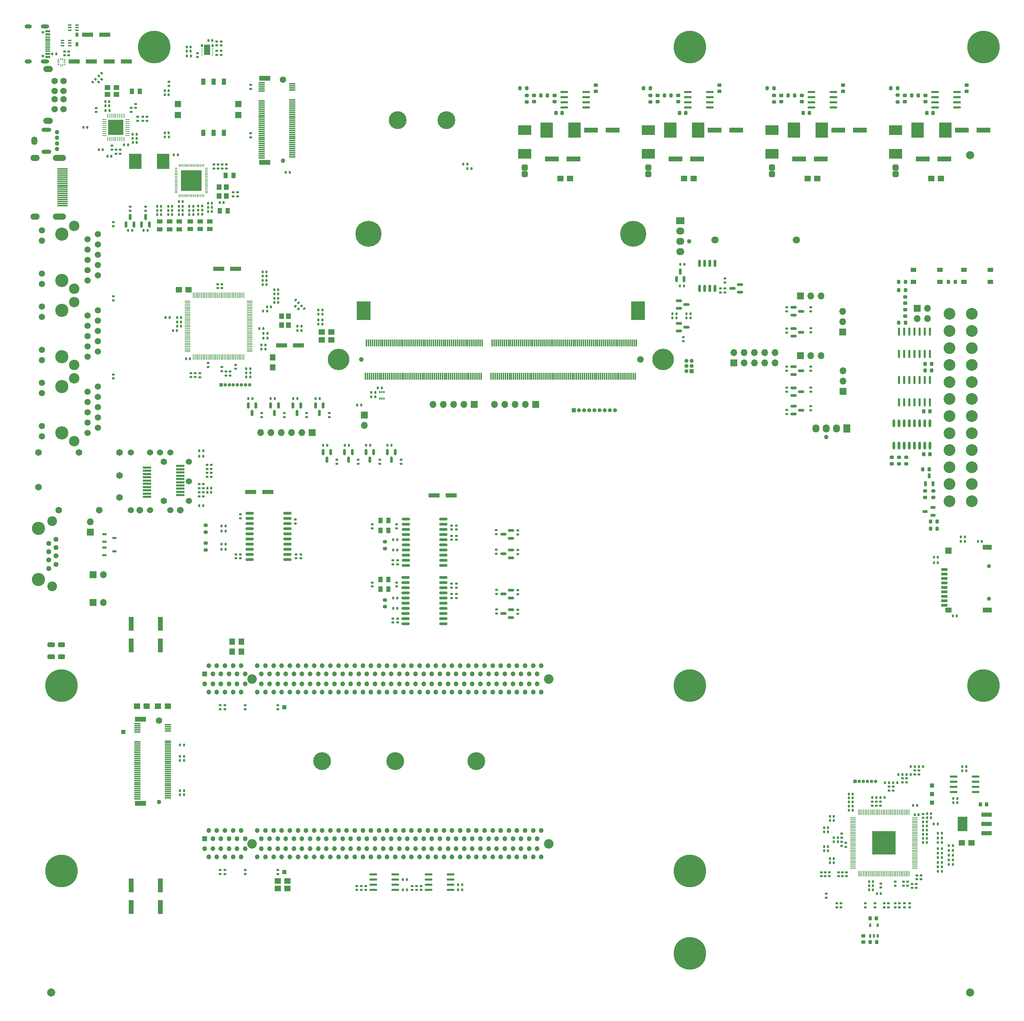
<source format=gts>
G04 #@! TF.GenerationSoftware,KiCad,Pcbnew,7.0.8*
G04 #@! TF.CreationDate,2024-05-07T21:46:37+03:00*
G04 #@! TF.ProjectId,Tangenta,54616e67-656e-4746-912e-6b696361645f,rev?*
G04 #@! TF.SameCoordinates,Original*
G04 #@! TF.FileFunction,Soldermask,Top*
G04 #@! TF.FilePolarity,Negative*
%FSLAX46Y46*%
G04 Gerber Fmt 4.6, Leading zero omitted, Abs format (unit mm)*
G04 Created by KiCad (PCBNEW 7.0.8) date 2024-05-07 21:46:37*
%MOMM*%
%LPD*%
G01*
G04 APERTURE LIST*
G04 Aperture macros list*
%AMRoundRect*
0 Rectangle with rounded corners*
0 $1 Rounding radius*
0 $2 $3 $4 $5 $6 $7 $8 $9 X,Y pos of 4 corners*
0 Add a 4 corners polygon primitive as box body*
4,1,4,$2,$3,$4,$5,$6,$7,$8,$9,$2,$3,0*
0 Add four circle primitives for the rounded corners*
1,1,$1+$1,$2,$3*
1,1,$1+$1,$4,$5*
1,1,$1+$1,$6,$7*
1,1,$1+$1,$8,$9*
0 Add four rect primitives between the rounded corners*
20,1,$1+$1,$2,$3,$4,$5,0*
20,1,$1+$1,$4,$5,$6,$7,0*
20,1,$1+$1,$6,$7,$8,$9,0*
20,1,$1+$1,$8,$9,$2,$3,0*%
G04 Aperture macros list end*
%ADD10RoundRect,0.135000X-0.135000X-0.185000X0.135000X-0.185000X0.135000X0.185000X-0.135000X0.185000X0*%
%ADD11RoundRect,0.140000X-0.140000X-0.170000X0.140000X-0.170000X0.140000X0.170000X-0.140000X0.170000X0*%
%ADD12RoundRect,0.140000X0.170000X-0.140000X0.170000X0.140000X-0.170000X0.140000X-0.170000X-0.140000X0*%
%ADD13RoundRect,0.225000X-0.225000X-0.250000X0.225000X-0.250000X0.225000X0.250000X-0.225000X0.250000X0*%
%ADD14RoundRect,0.135000X0.185000X-0.135000X0.185000X0.135000X-0.185000X0.135000X-0.185000X-0.135000X0*%
%ADD15RoundRect,0.140000X-0.170000X0.140000X-0.170000X-0.140000X0.170000X-0.140000X0.170000X0.140000X0*%
%ADD16R,1.700000X1.700000*%
%ADD17O,1.700000X1.700000*%
%ADD18RoundRect,0.135000X-0.185000X0.135000X-0.185000X-0.135000X0.185000X-0.135000X0.185000X0.135000X0*%
%ADD19RoundRect,0.225000X-0.250000X0.225000X-0.250000X-0.225000X0.250000X-0.225000X0.250000X0.225000X0*%
%ADD20RoundRect,0.225000X0.250000X-0.225000X0.250000X0.225000X-0.250000X0.225000X-0.250000X-0.225000X0*%
%ADD21R,0.916002X0.350013*%
%ADD22R,1.377013X1.132537*%
%ADD23RoundRect,0.140000X0.140000X0.170000X-0.140000X0.170000X-0.140000X-0.170000X0.140000X-0.170000X0*%
%ADD24RoundRect,0.200000X0.200000X0.275000X-0.200000X0.275000X-0.200000X-0.275000X0.200000X-0.275000X0*%
%ADD25R,1.132537X1.377013*%
%ADD26O,0.200000X1.500000*%
%ADD27O,1.500000X0.200000*%
%ADD28R,5.800000X5.800000*%
%ADD29R,2.800000X1.100000*%
%ADD30RoundRect,0.150000X-0.587500X-0.150000X0.587500X-0.150000X0.587500X0.150000X-0.587500X0.150000X0*%
%ADD31RoundRect,0.365853X-0.384147X0.384147X-0.384147X-0.384147X0.384147X-0.384147X0.384147X0.384147X0*%
%ADD32C,1.600000*%
%ADD33R,2.000000X0.500000*%
%ADD34R,1.500000X1.358903*%
%ADD35R,1.024994X0.280010*%
%ADD36R,0.280010X1.024994*%
%ADD37C,1.000000*%
%ADD38R,0.850000X0.850000*%
%ADD39R,3.700000X3.700000*%
%ADD40R,3.500000X1.200000*%
%ADD41C,1.100000*%
%ADD42R,1.550000X0.300000*%
%ADD43R,2.750000X1.200000*%
%ADD44RoundRect,0.135000X0.135000X0.185000X-0.135000X0.185000X-0.135000X-0.185000X0.135000X-0.185000X0*%
%ADD45R,1.600000X0.700000*%
%ADD46R,1.500000X1.200000*%
%ADD47R,2.200000X1.200000*%
%ADD48R,1.500000X1.600000*%
%ADD49R,1.200000X3.500000*%
%ADD50R,2.500000X1.100000*%
%ADD51R,2.340005X3.600000*%
%ADD52RoundRect,0.150000X0.875000X0.150000X-0.875000X0.150000X-0.875000X-0.150000X0.875000X-0.150000X0*%
%ADD53C,0.900000*%
%ADD54C,8.000000*%
%ADD55C,2.350000*%
%ADD56R,1.200000X1.200000*%
%ADD57C,1.200000*%
%ADD58C,3.249987*%
%ADD59C,1.549403*%
%ADD60C,2.580645*%
%ADD61RoundRect,0.200000X0.275000X-0.200000X0.275000X0.200000X-0.275000X0.200000X-0.275000X-0.200000X0*%
%ADD62RoundRect,0.150000X-0.150000X0.587500X-0.150000X-0.587500X0.150000X-0.587500X0.150000X0.587500X0*%
%ADD63R,1.400000X1.100000*%
%ADD64R,0.300000X0.500000*%
%ADD65RoundRect,0.225000X0.225000X0.250000X-0.225000X0.250000X-0.225000X-0.250000X0.225000X-0.250000X0*%
%ADD66R,0.700000X1.250013*%
%ADD67R,1.200000X1.400000*%
%ADD68R,1.000000X1.000000*%
%ADD69O,1.000000X1.000000*%
%ADD70R,3.200000X2.400000*%
%ADD71C,1.650000*%
%ADD72C,1.150000*%
%ADD73R,0.300000X1.750000*%
%ADD74R,3.500000X4.600000*%
%ADD75O,0.200000X0.700000*%
%ADD76O,0.700000X0.200000*%
%ADD77R,5.200000X5.200000*%
%ADD78R,1.358903X1.500000*%
%ADD79R,3.029997X3.820015*%
%ADD80O,2.400000X1.100000*%
%ADD81O,1.500000X2.100000*%
%ADD82RoundRect,0.200000X-0.200000X-0.275000X0.200000X-0.275000X0.200000X0.275000X-0.200000X0.275000X0*%
%ADD83RoundRect,0.140000X-0.219203X-0.021213X-0.021213X-0.219203X0.219203X0.021213X0.021213X0.219203X0*%
%ADD84RoundRect,0.150000X0.587500X0.150000X-0.587500X0.150000X-0.587500X-0.150000X0.587500X-0.150000X0*%
%ADD85O,0.602007X1.970993*%
%ADD86RoundRect,0.200000X-0.275000X0.200000X-0.275000X-0.200000X0.275000X-0.200000X0.275000X0.200000X0*%
%ADD87O,0.700000X1.800000*%
%ADD88C,2.900000*%
%ADD89RoundRect,0.140000X0.021213X-0.219203X0.219203X-0.021213X-0.021213X0.219203X-0.219203X0.021213X0*%
%ADD90R,1.070003X0.600000*%
%ADD91RoundRect,0.135000X-0.226274X-0.035355X-0.035355X-0.226274X0.226274X0.035355X0.035355X0.226274X0*%
%ADD92R,1.000000X1.500000*%
%ADD93R,1.600000X1.500000*%
%ADD94RoundRect,0.140000X-0.021213X0.219203X-0.219203X0.021213X0.021213X-0.219203X0.219203X-0.021213X0*%
%ADD95RoundRect,0.250000X-0.625000X0.312500X-0.625000X-0.312500X0.625000X-0.312500X0.625000X0.312500X0*%
%ADD96RoundRect,0.140000X0.219203X0.021213X0.021213X0.219203X-0.219203X-0.021213X-0.021213X-0.219203X0*%
%ADD97C,5.300000*%
%ADD98O,0.850000X0.850000*%
%ADD99O,1.950216X0.568402*%
%ADD100R,0.500000X0.900000*%
%ADD101C,6.400000*%
%ADD102R,1.400000X1.200000*%
%ADD103R,0.200000X0.505004*%
%ADD104R,0.505004X0.200000*%
%ADD105RoundRect,0.150000X0.150000X-0.587500X0.150000X0.587500X-0.150000X0.587500X-0.150000X-0.587500X0*%
%ADD106C,2.000000*%
%ADD107R,0.750013X1.000000*%
%ADD108C,4.400000*%
%ADD109O,2.400000X1.500000*%
%ADD110C,0.649987*%
%ADD111O,2.100000X1.000000*%
%ADD112O,1.800000X1.000000*%
%ADD113R,1.150013X0.600000*%
%ADD114R,1.150013X0.300000*%
%ADD115R,1.730000X2.030000*%
%ADD116O,1.730000X2.030000*%
%ADD117RoundRect,0.250000X0.650000X-0.325000X0.650000X0.325000X-0.650000X0.325000X-0.650000X-0.325000X0*%
%ADD118C,1.295403*%
%ADD119C,2.400000*%
%ADD120C,1.650013*%
%ADD121C,1.524003*%
%ADD122R,1.250013X0.700000*%
%ADD123R,2.600000X0.300000*%
%ADD124O,3.300000X1.500000*%
%ADD125O,2.300000X1.500000*%
%ADD126C,1.800000*%
%ADD127O,0.573990X2.037998*%
%ADD128R,1.459995X0.200000*%
%ADD129R,0.200000X1.459995*%
%ADD130R,2.030000X1.730000*%
%ADD131O,2.030000X1.730000*%
%ADD132RoundRect,0.135000X0.035355X-0.226274X0.226274X-0.035355X-0.035355X0.226274X-0.226274X0.035355X0*%
%ADD133R,0.500000X0.750013*%
%ADD134R,0.450013X0.250013*%
%ADD135R,1.500000X2.500000*%
G04 APERTURE END LIST*
D10*
X94204600Y-102920800D03*
X95224600Y-102920800D03*
D11*
X233454000Y-226009200D03*
X234414000Y-226009200D03*
D12*
X128324400Y-161056200D03*
X128324400Y-160096200D03*
D13*
X271992775Y-220245400D03*
X273542775Y-220245400D03*
D11*
X70944800Y-44246800D03*
X71904800Y-44246800D03*
D14*
X152677100Y-153661800D03*
X152677100Y-152641800D03*
D10*
X76327000Y-35687000D03*
X77347000Y-35687000D03*
D15*
X118287800Y-240390800D03*
X118287800Y-241350800D03*
D11*
X234927200Y-234696000D03*
X235887200Y-234696000D03*
D12*
X58191400Y-77670600D03*
X58191400Y-76710600D03*
D16*
X52552600Y-153116200D03*
D17*
X52552600Y-150576200D03*
D18*
X157960300Y-152718000D03*
X157960300Y-153738000D03*
D19*
X268599000Y-42887600D03*
X268599000Y-44437600D03*
D14*
X243611400Y-245670800D03*
X243611400Y-244650800D03*
D10*
X129604224Y-241350801D03*
X130624224Y-241350801D03*
D20*
X253486000Y-96662000D03*
X253486000Y-95112000D03*
D21*
X45700948Y-31862013D03*
X45700948Y-32512000D03*
X45700948Y-33161987D03*
X47517052Y-33161987D03*
X47517052Y-32512000D03*
X47517052Y-31862013D03*
D22*
X79629000Y-78410818D03*
X79629000Y-76478382D03*
D14*
X84836000Y-35433000D03*
X84836000Y-34413000D03*
D21*
X47478948Y-28052013D03*
X47478948Y-28702000D03*
X47478948Y-29351987D03*
X49295052Y-29351987D03*
X49295052Y-28702000D03*
X49295052Y-28052013D03*
D23*
X82550000Y-73025000D03*
X81590000Y-73025000D03*
D12*
X208991200Y-94002800D03*
X208991200Y-93042800D03*
D24*
X165284000Y-45466000D03*
X163634000Y-45466000D03*
D11*
X73939400Y-100253800D03*
X74899400Y-100253800D03*
D15*
X142797000Y-165864600D03*
X142797000Y-166824600D03*
D25*
X86437218Y-73886000D03*
X84504782Y-73886000D03*
D12*
X103249200Y-159560200D03*
X103249200Y-158600200D03*
D26*
X242022953Y-237386597D03*
X242423003Y-237386597D03*
X242823054Y-237386597D03*
X243223105Y-237386597D03*
X243623156Y-237386597D03*
X244023207Y-237386597D03*
X244423257Y-237386597D03*
X244823054Y-237386597D03*
X245223359Y-237386597D03*
X245623156Y-237386597D03*
X246023461Y-237386597D03*
X246423003Y-237386597D03*
X246823562Y-237386597D03*
X247223105Y-237386597D03*
X247623156Y-237386597D03*
X248023207Y-237386597D03*
X248423003Y-237386597D03*
X248823054Y-237386597D03*
X249223105Y-237386597D03*
X249622648Y-237386597D03*
X250023207Y-237386597D03*
X250422749Y-237386597D03*
X250823054Y-237386597D03*
X251222851Y-237386597D03*
X251623156Y-237386597D03*
X252022953Y-237386597D03*
X252423003Y-237386597D03*
X252823054Y-237386597D03*
X253223105Y-237386597D03*
X253623156Y-237386597D03*
X254023207Y-237386597D03*
X254423257Y-237386597D03*
D27*
X255822800Y-235987054D03*
X255822800Y-235587004D03*
X255822800Y-235186953D03*
X255822800Y-234786902D03*
X255822800Y-234386851D03*
X255822800Y-233986800D03*
X255822800Y-233586750D03*
X255822800Y-233186953D03*
X255822800Y-232786648D03*
X255822800Y-232386851D03*
X255822800Y-231986546D03*
X255822800Y-231587004D03*
X255822800Y-231186445D03*
X255822800Y-230786902D03*
X255822800Y-230386851D03*
X255822800Y-229986800D03*
X255822800Y-229587004D03*
X255822800Y-229186953D03*
X255822800Y-228786902D03*
X255822800Y-228387359D03*
X255822800Y-227986800D03*
X255822800Y-227587258D03*
X255822800Y-227186953D03*
X255822800Y-226787156D03*
X255822800Y-226386851D03*
X255822800Y-225987054D03*
X255822800Y-225587004D03*
X255822800Y-225186953D03*
X255822800Y-224786902D03*
X255822800Y-224386851D03*
X255822800Y-223986800D03*
X255822800Y-223586750D03*
D26*
X254423257Y-222187207D03*
X254023207Y-222187207D03*
X253623156Y-222187207D03*
X253223105Y-222187207D03*
X252823054Y-222187207D03*
X252423003Y-222187207D03*
X252022953Y-222187207D03*
X251623156Y-222187207D03*
X251222851Y-222187207D03*
X250823054Y-222187207D03*
X250422749Y-222187207D03*
X250023207Y-222187207D03*
X249622648Y-222187207D03*
X249223105Y-222187207D03*
X248823054Y-222187207D03*
X248423003Y-222187207D03*
X248023207Y-222187207D03*
X247623156Y-222187207D03*
X247223105Y-222187207D03*
X246823562Y-222187207D03*
X246423003Y-222187207D03*
X246023461Y-222187207D03*
X245623156Y-222187207D03*
X245223359Y-222187207D03*
X244823054Y-222187207D03*
X244423257Y-222187207D03*
X244023207Y-222187207D03*
X243623156Y-222187207D03*
X243223105Y-222187207D03*
X242823054Y-222187207D03*
X242423003Y-222187207D03*
X242022953Y-222187207D03*
D27*
X240623410Y-223586750D03*
X240623410Y-223986800D03*
X240623410Y-224386851D03*
X240623410Y-224786902D03*
X240623410Y-225186953D03*
X240623410Y-225587004D03*
X240623410Y-225987054D03*
X240623410Y-226386851D03*
X240623410Y-226787156D03*
X240623410Y-227186953D03*
X240623410Y-227587258D03*
X240623410Y-227986800D03*
X240623410Y-228387359D03*
X240623410Y-228786902D03*
X240623410Y-229186953D03*
X240623410Y-229587004D03*
X240623410Y-229986800D03*
X240623410Y-230386851D03*
X240623410Y-230786902D03*
X240623410Y-231186445D03*
X240623410Y-231587004D03*
X240623410Y-231986546D03*
X240623410Y-232386851D03*
X240623410Y-232786648D03*
X240623410Y-233186953D03*
X240623410Y-233586750D03*
X240623410Y-233986800D03*
X240623410Y-234386851D03*
X240623410Y-234786902D03*
X240623410Y-235186953D03*
X240623410Y-235587004D03*
X240623410Y-235987054D03*
D28*
X248223105Y-229786902D03*
D10*
X108760800Y-99339400D03*
X109780800Y-99339400D03*
D18*
X64262000Y-50673000D03*
X64262000Y-51693000D03*
D29*
X88383876Y-88214200D03*
X84183724Y-88214200D03*
D30*
X197662800Y-101636000D03*
X197662800Y-103536000D03*
X199537800Y-102586000D03*
D20*
X197479000Y-47003000D03*
X197479000Y-45453000D03*
D31*
X190113000Y-63200000D03*
X190113000Y-64830000D03*
D32*
X70637527Y-135814298D03*
X70637527Y-145414248D03*
D33*
X66537451Y-137214349D03*
X66537451Y-138014451D03*
X66537451Y-138814298D03*
X66537451Y-139614400D03*
X66537451Y-140414248D03*
X66537451Y-141214349D03*
X66537451Y-142014451D03*
X66537451Y-142814298D03*
X66537451Y-143614400D03*
X66537451Y-144414502D03*
X74737349Y-144014451D03*
X74737349Y-143214349D03*
X74737349Y-142414502D03*
X74737349Y-141614400D03*
X74737349Y-140814298D03*
X74737349Y-140014451D03*
X74737349Y-139214349D03*
X74737349Y-138414248D03*
X74737349Y-137614400D03*
X74737349Y-136814298D03*
D34*
X111994698Y-103784400D03*
X109594902Y-103784400D03*
D14*
X62349000Y-73916000D03*
X62349000Y-72896000D03*
D35*
X56001000Y-51333873D03*
X56001000Y-51834000D03*
X56001000Y-52333873D03*
X56001000Y-52834000D03*
X56001000Y-53333873D03*
X56001000Y-53834000D03*
X56001000Y-54333873D03*
X56001000Y-54834000D03*
X56001000Y-55333873D03*
D36*
X56863586Y-56196459D03*
X57363459Y-56196459D03*
X57863586Y-56196459D03*
X58363459Y-56196459D03*
X58863586Y-56196459D03*
X59363459Y-56196459D03*
X59863586Y-56196459D03*
X60363459Y-56196459D03*
X60863586Y-56196459D03*
D35*
X61726172Y-55333873D03*
X61726172Y-54834000D03*
X61726172Y-54333873D03*
X61726172Y-53834000D03*
X61726172Y-53333873D03*
X61726172Y-52834000D03*
X61726172Y-52333873D03*
X61726172Y-51834000D03*
X61726172Y-51333873D03*
D36*
X60863586Y-50471287D03*
X60363459Y-50471287D03*
X59863586Y-50471287D03*
X59363459Y-50471287D03*
X58863586Y-50471287D03*
X58363459Y-50471287D03*
X57863586Y-50471287D03*
X57363459Y-50471287D03*
X56863586Y-50471287D03*
D37*
X59863586Y-52333873D03*
D38*
X58863586Y-52333873D03*
D37*
X57863586Y-52333873D03*
D38*
X59863586Y-53333873D03*
X58863586Y-53333873D03*
D39*
X58863586Y-53333873D03*
D38*
X57863586Y-53333873D03*
D37*
X59863586Y-54333873D03*
D38*
X58863586Y-54333873D03*
D37*
X57863586Y-54333873D03*
D40*
X242313053Y-53949600D03*
X236972947Y-53949600D03*
D10*
X108762800Y-101828600D03*
X109782800Y-101828600D03*
X129604224Y-238785401D03*
X130624224Y-238785401D03*
D30*
X197662800Y-96048000D03*
X197662800Y-97948000D03*
X199537800Y-96998000D03*
D41*
X69453000Y-219653600D03*
D32*
X69453000Y-199653600D03*
D42*
X64179000Y-218903600D03*
X71729000Y-218653600D03*
X64179000Y-218403600D03*
X71729000Y-218153600D03*
X64179000Y-217903600D03*
X71729000Y-217653600D03*
X64179000Y-217403600D03*
X71729000Y-217153600D03*
X64179000Y-216903600D03*
X71729000Y-216653600D03*
X64179000Y-216403600D03*
X71729000Y-216153600D03*
X64179000Y-215903600D03*
X71729000Y-215653600D03*
X64179000Y-215403600D03*
X71729000Y-215153600D03*
X64179000Y-214903600D03*
X71729000Y-214653600D03*
X64179000Y-214403600D03*
X71729000Y-214153600D03*
X64179000Y-213903600D03*
X71729000Y-213653600D03*
X64179000Y-213403600D03*
X71729000Y-213153600D03*
X64179000Y-212903600D03*
X71729000Y-212653600D03*
X64179000Y-212403600D03*
X71729000Y-212153600D03*
X64179000Y-211903600D03*
X71729000Y-211653600D03*
X64179000Y-211403600D03*
X71729000Y-211153600D03*
X64179000Y-210903600D03*
X71729000Y-210653600D03*
X64179000Y-210403600D03*
X71729000Y-210153600D03*
X64179000Y-209903600D03*
X71729000Y-209653600D03*
X64179000Y-209403600D03*
X71729000Y-209153600D03*
X64179000Y-208903600D03*
X71729000Y-208653600D03*
X64179000Y-208403600D03*
X71729000Y-208153600D03*
X64179000Y-207903600D03*
X71729000Y-207653600D03*
X64179000Y-207403600D03*
X71729000Y-207153600D03*
X64179000Y-206903600D03*
X71729000Y-206653600D03*
X64179000Y-206403600D03*
X71729000Y-206153600D03*
X64179000Y-205903600D03*
X71729000Y-205653600D03*
X64179000Y-205403600D03*
X71729000Y-205153600D03*
X64179000Y-204903600D03*
X71729000Y-204653600D03*
X64179000Y-202403600D03*
X71729000Y-202153600D03*
X64179000Y-201903600D03*
X71729000Y-201653600D03*
X64179000Y-201403600D03*
X71729000Y-201153600D03*
X64179000Y-200903600D03*
X71729000Y-200653600D03*
X64179000Y-200403600D03*
D43*
X64953000Y-220003600D03*
X64953000Y-199303600D03*
D44*
X122834400Y-118668800D03*
X121814400Y-118668800D03*
D12*
X78994000Y-35941000D03*
X78994000Y-34981000D03*
D15*
X142802400Y-151513600D03*
X142802400Y-152473600D03*
D11*
X265229400Y-173812200D03*
X266189400Y-173812200D03*
D12*
X122096000Y-166522400D03*
X122096000Y-165562400D03*
D15*
X134102024Y-240383241D03*
X134102024Y-241343241D03*
D44*
X262511000Y-229666800D03*
X261491000Y-229666800D03*
D12*
X237007400Y-237970000D03*
X237007400Y-237010000D03*
D37*
X274143910Y-169541962D03*
X274143910Y-161541962D03*
D45*
X263143910Y-162342064D03*
X263143910Y-163441886D03*
X263143910Y-164541962D03*
X263143910Y-165642038D03*
X263143910Y-166742114D03*
X263143910Y-167841936D03*
X263143910Y-168942013D03*
X263143910Y-170042089D03*
X263143910Y-171141911D03*
D46*
X264143910Y-172342064D03*
D47*
X273744114Y-172342064D03*
D48*
X264143910Y-157742114D03*
D47*
X273744114Y-156841936D03*
D44*
X80418400Y-133096000D03*
X79398400Y-133096000D03*
D14*
X237642400Y-245670800D03*
X237642400Y-244650800D03*
D25*
X126038400Y-152704800D03*
X124105964Y-152704800D03*
D14*
X252069600Y-245668800D03*
X252069600Y-244648800D03*
D49*
X69844000Y-240282947D03*
X69844000Y-245623053D03*
D44*
X262511000Y-228574600D03*
X261491000Y-228574600D03*
D25*
X126034018Y-164797800D03*
X124101582Y-164797800D03*
D50*
X273576904Y-227371375D03*
X273576904Y-225071400D03*
X273576904Y-222771425D03*
D51*
X267636975Y-225071400D03*
D10*
X74668000Y-205615000D03*
X75688000Y-205615000D03*
D16*
X147218400Y-121666000D03*
D17*
X144678400Y-121666000D03*
X142138400Y-121666000D03*
X139598400Y-121666000D03*
X137058400Y-121666000D03*
D52*
X139627400Y-161366200D03*
X139627400Y-160096200D03*
X139627400Y-158826200D03*
X139627400Y-157556200D03*
X139627400Y-156286200D03*
X139627400Y-155016200D03*
X139627400Y-153746200D03*
X139627400Y-152476200D03*
X139627400Y-151206200D03*
X139627400Y-149936200D03*
X130327400Y-149936200D03*
X130327400Y-151206200D03*
X130327400Y-152476200D03*
X130327400Y-153746200D03*
X130327400Y-155016200D03*
X130327400Y-156286200D03*
X130327400Y-157556200D03*
X130327400Y-158826200D03*
X130327400Y-160096200D03*
X130327400Y-161366200D03*
D18*
X250514200Y-215898000D03*
X250514200Y-216918000D03*
D53*
X197400000Y-257050000D03*
X198278680Y-254928680D03*
X198278680Y-259171320D03*
X200400000Y-254050000D03*
D54*
X200400000Y-257050000D03*
D53*
X200400000Y-260050000D03*
X202521320Y-254928680D03*
X202521320Y-259171320D03*
X203400000Y-257050000D03*
D15*
X103124000Y-150015000D03*
X103124000Y-150975000D03*
D18*
X81356200Y-136521000D03*
X81356200Y-137541000D03*
D12*
X81584800Y-112367000D03*
X81584800Y-111407000D03*
D55*
X92400000Y-189344000D03*
X165550000Y-189344000D03*
D56*
X80750000Y-188094000D03*
D57*
X81750000Y-186094000D03*
X82750000Y-188094000D03*
X83750000Y-186094000D03*
X84750000Y-188094000D03*
X85750000Y-186094000D03*
X86750000Y-188094000D03*
X87750000Y-186094000D03*
X88750000Y-188094000D03*
X89750000Y-186094000D03*
X90750000Y-188094000D03*
X93750000Y-186094000D03*
X94750000Y-188094000D03*
X95750000Y-186094000D03*
X96750000Y-188094000D03*
X97750000Y-186094000D03*
X98750000Y-188094000D03*
X99750000Y-186094000D03*
X100750000Y-188094000D03*
X101750000Y-186094000D03*
X102750000Y-188094000D03*
X103750000Y-186094000D03*
X104750000Y-188094000D03*
X105750000Y-186094000D03*
X106750000Y-188094000D03*
X107750000Y-186094000D03*
X108750000Y-188094000D03*
X109750000Y-186094000D03*
X110750000Y-188094000D03*
X111750000Y-186094000D03*
X112750000Y-188094000D03*
X113750000Y-186094000D03*
X114750000Y-188094000D03*
X115750000Y-186094000D03*
X116750000Y-188094000D03*
X117750000Y-186094000D03*
X118750000Y-188094000D03*
X119750000Y-186094000D03*
X120750000Y-188094000D03*
X121750000Y-186094000D03*
X122750000Y-188094000D03*
X123750000Y-186094000D03*
X124750000Y-188094000D03*
X125750000Y-186094000D03*
X126750000Y-188094000D03*
X127750000Y-186094000D03*
X128750000Y-188094000D03*
X129750000Y-186094000D03*
X130750000Y-188094000D03*
X131750000Y-186094000D03*
X132750000Y-188094000D03*
X133750000Y-186094000D03*
X134750000Y-188094000D03*
X135750000Y-186094000D03*
X136750000Y-188094000D03*
X137750000Y-186094000D03*
X138750000Y-188094000D03*
X139750000Y-186094000D03*
X140750000Y-188094000D03*
X141750000Y-186094000D03*
X142750000Y-188094000D03*
X143750000Y-186094000D03*
X144750000Y-188094000D03*
X145750000Y-186094000D03*
X146750000Y-188094000D03*
X147750000Y-186094000D03*
X148750000Y-188094000D03*
X149750000Y-186094000D03*
X150750000Y-188094000D03*
X151750000Y-186094000D03*
X152750000Y-188094000D03*
X153750000Y-186094000D03*
X154750000Y-188094000D03*
X155750000Y-186094000D03*
X156750000Y-188094000D03*
X157750000Y-186094000D03*
X158750000Y-188094000D03*
X159750000Y-186094000D03*
X160750000Y-188094000D03*
X161750000Y-186094000D03*
X162750000Y-188094000D03*
X163750000Y-186094000D03*
X80750000Y-190594000D03*
X81750000Y-192594000D03*
X82750000Y-190594000D03*
X83750000Y-192594000D03*
X84750000Y-190594000D03*
X85750000Y-192594000D03*
X86750000Y-190594000D03*
X87750000Y-192594000D03*
X88750000Y-190594000D03*
X89750000Y-192594000D03*
X90750000Y-190594000D03*
X93750000Y-192594000D03*
X94750000Y-190594000D03*
X95750000Y-192594000D03*
X96750000Y-190594000D03*
X97750000Y-192594000D03*
X98750000Y-190594000D03*
X99750000Y-192594000D03*
X100750000Y-190594000D03*
X101750000Y-192594000D03*
X102750000Y-190594000D03*
X103750000Y-192594000D03*
X104750000Y-190594000D03*
X105750000Y-192594000D03*
X106750000Y-190594000D03*
X107750000Y-192594000D03*
X108750000Y-190594000D03*
X109750000Y-192594000D03*
X110750000Y-190594000D03*
X111750000Y-192594000D03*
X112750000Y-190594000D03*
X113750000Y-192594000D03*
X114750000Y-190594000D03*
X115750000Y-192594000D03*
X116750000Y-190594000D03*
X117750000Y-192594000D03*
X118750000Y-190594000D03*
X119750000Y-192594000D03*
X120750000Y-190594000D03*
X121750000Y-192594000D03*
X122750000Y-190594000D03*
X123750000Y-192594000D03*
X124750000Y-190594000D03*
X125750000Y-192594000D03*
X126750000Y-190594000D03*
X127750000Y-192594000D03*
X128750000Y-190594000D03*
X129750000Y-192594000D03*
X130750000Y-190594000D03*
X131750000Y-192594000D03*
X132750000Y-190594000D03*
X133750000Y-192594000D03*
X134750000Y-190594000D03*
X135750000Y-192594000D03*
X136750000Y-190594000D03*
X137750000Y-192594000D03*
X138750000Y-190594000D03*
X139750000Y-192594000D03*
X140750000Y-190594000D03*
X141750000Y-192594000D03*
X142750000Y-190594000D03*
X143750000Y-192594000D03*
X144750000Y-190594000D03*
X145750000Y-192594000D03*
X146750000Y-190594000D03*
X147750000Y-192594000D03*
X148750000Y-190594000D03*
X149750000Y-192594000D03*
X150750000Y-190594000D03*
X151750000Y-192594000D03*
X152750000Y-190594000D03*
X153750000Y-192594000D03*
X154750000Y-190594000D03*
X155750000Y-192594000D03*
X156750000Y-190594000D03*
X157750000Y-192594000D03*
X158750000Y-190594000D03*
X159750000Y-192594000D03*
X160750000Y-190594000D03*
X161750000Y-192594000D03*
X162750000Y-190594000D03*
X163750000Y-192594000D03*
D14*
X251053600Y-245670800D03*
X251053600Y-244650800D03*
D41*
X100066000Y-61562000D03*
D32*
X100066000Y-41562000D03*
D42*
X94792000Y-60812000D03*
X102342000Y-60562000D03*
X94792000Y-60312000D03*
X102342000Y-60062000D03*
X94792000Y-59812000D03*
X102342000Y-59562000D03*
X94792000Y-59312000D03*
X102342000Y-59062000D03*
X94792000Y-58812000D03*
X102342000Y-58562000D03*
X94792000Y-58312000D03*
X102342000Y-58062000D03*
X94792000Y-57812000D03*
X102342000Y-57562000D03*
X94792000Y-57312000D03*
X102342000Y-57062000D03*
X94792000Y-56812000D03*
X102342000Y-56562000D03*
X94792000Y-56312000D03*
X102342000Y-56062000D03*
X94792000Y-55812000D03*
X102342000Y-55562000D03*
X94792000Y-55312000D03*
X102342000Y-55062000D03*
X94792000Y-54812000D03*
X102342000Y-54562000D03*
X94792000Y-54312000D03*
X102342000Y-54062000D03*
X94792000Y-53812000D03*
X102342000Y-53562000D03*
X94792000Y-53312000D03*
X102342000Y-53062000D03*
X94792000Y-52812000D03*
X102342000Y-52562000D03*
X94792000Y-52312000D03*
X102342000Y-52062000D03*
X94792000Y-51812000D03*
X102342000Y-51562000D03*
X94792000Y-51312000D03*
X102342000Y-51062000D03*
X94792000Y-50812000D03*
X102342000Y-50562000D03*
X94792000Y-50312000D03*
X102342000Y-50062000D03*
X94792000Y-49812000D03*
X102342000Y-49562000D03*
X94792000Y-49312000D03*
X102342000Y-49062000D03*
X94792000Y-48812000D03*
X102342000Y-48562000D03*
X94792000Y-48312000D03*
X102342000Y-48062000D03*
X94792000Y-47812000D03*
X102342000Y-47562000D03*
X94792000Y-47312000D03*
X102342000Y-47062000D03*
X94792000Y-46812000D03*
X102342000Y-46562000D03*
X94792000Y-44312000D03*
X102342000Y-44062000D03*
X94792000Y-43812000D03*
X102342000Y-43562000D03*
X94792000Y-43312000D03*
X102342000Y-43062000D03*
X94792000Y-42812000D03*
X102342000Y-42562000D03*
X94792000Y-42312000D03*
D43*
X95566000Y-61912000D03*
X95566000Y-41212000D03*
D58*
X45533924Y-98405899D03*
X45533924Y-109835921D03*
D59*
X54423942Y-98401073D03*
X51883937Y-99671075D03*
X54423942Y-100941078D03*
X51883937Y-102211080D03*
X54423942Y-103481083D03*
X51883937Y-104751085D03*
X54423942Y-106021088D03*
X51883937Y-107291090D03*
X54423942Y-108561093D03*
X51883937Y-109831095D03*
X40634000Y-97496069D03*
X40634000Y-100036074D03*
X40634000Y-108206000D03*
X40634000Y-110746005D03*
D60*
X48583962Y-96375927D03*
X48583962Y-111865893D03*
D10*
X120546400Y-131673600D03*
X121566400Y-131673600D03*
D11*
X97919600Y-96520000D03*
X98879600Y-96520000D03*
D61*
X260423000Y-144593038D03*
X260423000Y-142943038D03*
D62*
X109992200Y-121896900D03*
X108092200Y-121896900D03*
X109042200Y-123771900D03*
D22*
X74506000Y-78421218D03*
X74506000Y-76488782D03*
D10*
X115263200Y-131673600D03*
X116283200Y-131673600D03*
D11*
X239550000Y-219710000D03*
X240510000Y-219710000D03*
D24*
X261360000Y-150497000D03*
X259710000Y-150497000D03*
D34*
X69279102Y-196090000D03*
X71678898Y-196090000D03*
D63*
X255498600Y-88440000D03*
X261998472Y-88440000D03*
X255498600Y-91440000D03*
X261998472Y-91440000D03*
D64*
X124909200Y-118630825D03*
X124409200Y-118630825D03*
X123909200Y-118630825D03*
X123909200Y-120230775D03*
X124409200Y-120230775D03*
X124909200Y-120230775D03*
D61*
X258391000Y-144593038D03*
X258391000Y-142943038D03*
D11*
X233454000Y-231698800D03*
X234414000Y-231698800D03*
D23*
X70033000Y-74837782D03*
X69073000Y-74837782D03*
X258848800Y-225602800D03*
X257888800Y-225602800D03*
D18*
X118618000Y-135255000D03*
X118618000Y-136275000D03*
D23*
X268170600Y-154330400D03*
X267210600Y-154330400D03*
D44*
X101723000Y-64391000D03*
X100703000Y-64391000D03*
X92000800Y-114858800D03*
X90980800Y-114858800D03*
D11*
X244551200Y-241376200D03*
X245511200Y-241376200D03*
X235886400Y-229491000D03*
X236846400Y-229491000D03*
X74407000Y-71613000D03*
X75367000Y-71613000D03*
D14*
X230149400Y-98655600D03*
X230149400Y-97635600D03*
D10*
X60831000Y-57658000D03*
X61851000Y-57658000D03*
D11*
X50828000Y-53340000D03*
X51788000Y-53340000D03*
X70944800Y-45262800D03*
X71904800Y-45262800D03*
D14*
X224231200Y-103915400D03*
X224231200Y-102895400D03*
D11*
X239550000Y-217703400D03*
X240510000Y-217703400D03*
D14*
X152681700Y-173230000D03*
X152681700Y-172210000D03*
D10*
X127252000Y-169367200D03*
X128272000Y-169367200D03*
D11*
X76975000Y-72805782D03*
X77935000Y-72805782D03*
D65*
X199397000Y-49758600D03*
X197847000Y-49758600D03*
D44*
X75688000Y-217934000D03*
X74668000Y-217934000D03*
D19*
X238119000Y-42887600D03*
X238119000Y-44437600D03*
D18*
X238861600Y-229739000D03*
X238861600Y-230759000D03*
X246323200Y-219555600D03*
X246323200Y-220575600D03*
D14*
X152679400Y-168393800D03*
X152679400Y-167373800D03*
D15*
X142797000Y-168404600D03*
X142797000Y-169364600D03*
D44*
X66669000Y-78742000D03*
X65649000Y-78742000D03*
D66*
X258457038Y-141212038D03*
X260356962Y-141212038D03*
X259407000Y-139212038D03*
D34*
X98755200Y-241048000D03*
X101154996Y-241048000D03*
D44*
X248357200Y-218543600D03*
X247337200Y-218543600D03*
D23*
X85443000Y-71854000D03*
X84483000Y-71854000D03*
D10*
X109954600Y-131673600D03*
X110974600Y-131673600D03*
D14*
X198748400Y-106095200D03*
X198748400Y-105075200D03*
D16*
X120142000Y-124226400D03*
D17*
X120142000Y-126766400D03*
D14*
X81356200Y-139498800D03*
X81356200Y-138478800D03*
D18*
X157964900Y-172288200D03*
X157964900Y-173308200D03*
D12*
X58928000Y-59789000D03*
X58928000Y-58829000D03*
D11*
X260555800Y-160705800D03*
X261515800Y-160705800D03*
D44*
X198960200Y-92458300D03*
X197940200Y-92458300D03*
D10*
X198016400Y-87124300D03*
X199036400Y-87124300D03*
D34*
X66471898Y-196090000D03*
X64072102Y-196090000D03*
D10*
X103579200Y-103428800D03*
X104599200Y-103428800D03*
D12*
X78359000Y-114904400D03*
X78359000Y-113944400D03*
D61*
X125196600Y-171513000D03*
X125196600Y-169863000D03*
D14*
X80416400Y-142320200D03*
X80416400Y-141300200D03*
D18*
X83058000Y-62482000D03*
X83058000Y-63502000D03*
X90754200Y-236474000D03*
X90754200Y-237494000D03*
D67*
X99683187Y-99890324D03*
X99683187Y-102090476D03*
X101383213Y-102090476D03*
X101383213Y-99890324D03*
D68*
X200853200Y-113390600D03*
D69*
X199583200Y-113390600D03*
X200853200Y-112120600D03*
X199583200Y-112120600D03*
X200853200Y-110850600D03*
X199583200Y-110850600D03*
D20*
X227959000Y-47003000D03*
X227959000Y-45453000D03*
D70*
X251073000Y-53949594D03*
X251073000Y-59791606D03*
D12*
X59944000Y-59789000D03*
X59944000Y-58829000D03*
D15*
X141659400Y-154053600D03*
X141659400Y-155013600D03*
X120462224Y-240390801D03*
X120462224Y-241350801D03*
D10*
X118311200Y-121818400D03*
X119331200Y-121818400D03*
D11*
X79177000Y-74753218D03*
X80137000Y-74753218D03*
D44*
X80418400Y-146583400D03*
X79398400Y-146583400D03*
D15*
X47244000Y-34572000D03*
X47244000Y-35532000D03*
D71*
X188173000Y-110554000D03*
D72*
X119373000Y-110554000D03*
D73*
X187148000Y-106454000D03*
X186898000Y-114654000D03*
X186648000Y-106454000D03*
X186398000Y-114654000D03*
X186148000Y-106454000D03*
X185898000Y-114654000D03*
X185648000Y-106454000D03*
X185398000Y-114654000D03*
X185148000Y-106454000D03*
X184898000Y-114654000D03*
X184648000Y-106454000D03*
X184398000Y-114654000D03*
X184148000Y-106454000D03*
X183898000Y-114654000D03*
X183648000Y-106454000D03*
X183398000Y-114654000D03*
X183148000Y-106454000D03*
X182898000Y-114654000D03*
X182648000Y-106454000D03*
X182398000Y-114654000D03*
X182148000Y-106454000D03*
X181898000Y-114654000D03*
X181648000Y-106454000D03*
X181398000Y-114654000D03*
X181148000Y-106454000D03*
X180898000Y-114654000D03*
X180648000Y-106454000D03*
X180398000Y-114654000D03*
X180148000Y-106454000D03*
X179898000Y-114654000D03*
X179648000Y-106454000D03*
X179398000Y-114654000D03*
X179148000Y-106454000D03*
X178898000Y-114654000D03*
X178648000Y-106454000D03*
X178398000Y-114654000D03*
X178148000Y-106454000D03*
X177898000Y-114654000D03*
X177648000Y-106454000D03*
X177398000Y-114654000D03*
X177148000Y-106454000D03*
X176898000Y-114654000D03*
X176648000Y-106454000D03*
X176398000Y-114654000D03*
X176148000Y-106454000D03*
X175898000Y-114654000D03*
X175648000Y-106454000D03*
X175398000Y-114654000D03*
X175148000Y-106454000D03*
X174898000Y-114654000D03*
X174648000Y-106454000D03*
X174398000Y-114654000D03*
X174148000Y-106454000D03*
X173898000Y-114654000D03*
X173648000Y-106454000D03*
X173398000Y-114654000D03*
X173148000Y-106454000D03*
X172898000Y-114654000D03*
X172648000Y-106454000D03*
X172398000Y-114654000D03*
X172148000Y-106454000D03*
X171898000Y-114654000D03*
X171648000Y-106454000D03*
X171398000Y-114654000D03*
X171148000Y-106454000D03*
X170898000Y-114654000D03*
X170648000Y-106454000D03*
X170398000Y-114654000D03*
X170148000Y-106454000D03*
X169898000Y-114654000D03*
X169648000Y-106454000D03*
X169398000Y-114654000D03*
X169148000Y-106454000D03*
X168898000Y-114654000D03*
X168648000Y-106454000D03*
X168398000Y-114654000D03*
X168148000Y-106454000D03*
X167898000Y-114654000D03*
X167648000Y-106454000D03*
X167398000Y-114654000D03*
X167148000Y-106454000D03*
X166898000Y-114654000D03*
X166648000Y-106454000D03*
X166398000Y-114654000D03*
X166148000Y-106454000D03*
X165898000Y-114654000D03*
X165648000Y-106454000D03*
X165398000Y-114654000D03*
X165148000Y-106454000D03*
X164898000Y-114654000D03*
X164648000Y-106454000D03*
X164398000Y-114654000D03*
X164148000Y-106454000D03*
X163898000Y-114654000D03*
X163648000Y-106454000D03*
X163398000Y-114654000D03*
X163148000Y-106454000D03*
X162898000Y-114654000D03*
X162648000Y-106454000D03*
X162398000Y-114654000D03*
X162148000Y-106454000D03*
X161898000Y-114654000D03*
X161648000Y-106454000D03*
X161398000Y-114654000D03*
X161148000Y-106454000D03*
X160898000Y-114654000D03*
X160648000Y-106454000D03*
X160398000Y-114654000D03*
X160148000Y-106454000D03*
X159898000Y-114654000D03*
X159648000Y-106454000D03*
X159398000Y-114654000D03*
X159148000Y-106454000D03*
X158898000Y-114654000D03*
X158648000Y-106454000D03*
X158398000Y-114654000D03*
X158148000Y-106454000D03*
X157898000Y-114654000D03*
X157648000Y-106454000D03*
X157398000Y-114654000D03*
X157148000Y-106454000D03*
X156898000Y-114654000D03*
X156648000Y-106454000D03*
X156398000Y-114654000D03*
X156148000Y-106454000D03*
X155898000Y-114654000D03*
X155648000Y-106454000D03*
X155398000Y-114654000D03*
X155148000Y-106454000D03*
X154898000Y-114654000D03*
X154648000Y-106454000D03*
X154398000Y-114654000D03*
X154148000Y-106454000D03*
X153898000Y-114654000D03*
X153648000Y-106454000D03*
X153398000Y-114654000D03*
X153148000Y-106454000D03*
X152898000Y-114654000D03*
X152648000Y-106454000D03*
X152398000Y-114654000D03*
X152148000Y-106454000D03*
X151898000Y-114654000D03*
X151648000Y-106454000D03*
X151398000Y-114654000D03*
X149148000Y-106454000D03*
X148898000Y-114654000D03*
X148648000Y-106454000D03*
X148398000Y-114654000D03*
X148148000Y-106454000D03*
X147898000Y-114654000D03*
X147648000Y-106454000D03*
X147398000Y-114654000D03*
X147148000Y-106454000D03*
X146898000Y-114654000D03*
X146648000Y-106454000D03*
X146398000Y-114654000D03*
X146148000Y-106454000D03*
X145898000Y-114654000D03*
X145648000Y-106454000D03*
X145398000Y-114654000D03*
X145148000Y-106454000D03*
X144898000Y-114654000D03*
X144648000Y-106454000D03*
X144398000Y-114654000D03*
X144148000Y-106454000D03*
X143898000Y-114654000D03*
X143648000Y-106454000D03*
X143398000Y-114654000D03*
X143148000Y-106454000D03*
X142898000Y-114654000D03*
X142648000Y-106454000D03*
X142398000Y-114654000D03*
X142148000Y-106454000D03*
X141898000Y-114654000D03*
X141648000Y-106454000D03*
X141398000Y-114654000D03*
X141148000Y-106454000D03*
X140898000Y-114654000D03*
X140648000Y-106454000D03*
X140398000Y-114654000D03*
X140148000Y-106454000D03*
X139898000Y-114654000D03*
X139648000Y-106454000D03*
X139398000Y-114654000D03*
X139148000Y-106454000D03*
X138898000Y-114654000D03*
X138648000Y-106454000D03*
X138398000Y-114654000D03*
X138148000Y-106454000D03*
X137898000Y-114654000D03*
X137648000Y-106454000D03*
X137398000Y-114654000D03*
X137148000Y-106454000D03*
X136898000Y-114654000D03*
X136648000Y-106454000D03*
X136398000Y-114654000D03*
X136148000Y-106454000D03*
X135898000Y-114654000D03*
X135648000Y-106454000D03*
X135398000Y-114654000D03*
X135148000Y-106454000D03*
X134898000Y-114654000D03*
X134648000Y-106454000D03*
X134398000Y-114654000D03*
X134148000Y-106454000D03*
X133898000Y-114654000D03*
X133648000Y-106454000D03*
X133398000Y-114654000D03*
X133148000Y-106454000D03*
X132898000Y-114654000D03*
X132648000Y-106454000D03*
X132398000Y-114654000D03*
X132148000Y-106454000D03*
X131898000Y-114654000D03*
X131648000Y-106454000D03*
X131398000Y-114654000D03*
X131148000Y-106454000D03*
X130898000Y-114654000D03*
X130648000Y-106454000D03*
X130398000Y-114654000D03*
X130148000Y-106454000D03*
X129898000Y-114654000D03*
X129648000Y-106454000D03*
X129398000Y-114654000D03*
X129148000Y-106454000D03*
X128898000Y-114654000D03*
X128648000Y-106454000D03*
X128398000Y-114654000D03*
X128148000Y-106454000D03*
X127898000Y-114654000D03*
X127648000Y-106454000D03*
X127398000Y-114654000D03*
X127148000Y-106454000D03*
X126898000Y-114654000D03*
X126648000Y-106454000D03*
X126398000Y-114654000D03*
X126148000Y-106454000D03*
X125898000Y-114654000D03*
X125648000Y-106454000D03*
X125398000Y-114654000D03*
X125148000Y-106454000D03*
X124898000Y-114654000D03*
X124648000Y-106454000D03*
X124398000Y-114654000D03*
X124148000Y-106454000D03*
X123898000Y-114654000D03*
X123648000Y-106454000D03*
X123398000Y-114654000D03*
X123148000Y-106454000D03*
X122898000Y-114654000D03*
X122648000Y-106454000D03*
X122398000Y-114654000D03*
X122148000Y-106454000D03*
X121898000Y-114654000D03*
X121648000Y-106454000D03*
X121398000Y-114654000D03*
X121148000Y-106454000D03*
X120898000Y-114654000D03*
X120648000Y-106454000D03*
X120398000Y-114654000D03*
D74*
X187573000Y-98554000D03*
X119973000Y-98554000D03*
D53*
X197400000Y-191010000D03*
X198278680Y-188888680D03*
X198278680Y-193131320D03*
X200400000Y-188010000D03*
D54*
X200400000Y-191010000D03*
D53*
X200400000Y-194010000D03*
X202521320Y-188888680D03*
X202521320Y-193131320D03*
X203400000Y-191010000D03*
D44*
X257860800Y-210921600D03*
X256840800Y-210921600D03*
D68*
X100406200Y-196344000D03*
D58*
X45533924Y-117201899D03*
X45533924Y-128631921D03*
D59*
X54423942Y-117197073D03*
X51883937Y-118467075D03*
X54423942Y-119737078D03*
X51883937Y-121007080D03*
X54423942Y-122277083D03*
X51883937Y-123547085D03*
X54423942Y-124817088D03*
X51883937Y-126087090D03*
X54423942Y-127357093D03*
X51883937Y-128627095D03*
X40634000Y-116292069D03*
X40634000Y-118832074D03*
X40634000Y-127002000D03*
X40634000Y-129542005D03*
D60*
X48583962Y-115171927D03*
X48583962Y-130661893D03*
D11*
X239550000Y-220726000D03*
X240510000Y-220726000D03*
D22*
X77216000Y-78410818D03*
X77216000Y-76478382D03*
D75*
X80464000Y-62723000D03*
X80064000Y-62723000D03*
X79664000Y-62723000D03*
X79264000Y-62723000D03*
X78864000Y-62723000D03*
X78464000Y-62723000D03*
X78064000Y-62723000D03*
X77664000Y-62723000D03*
X77264000Y-62723000D03*
X76864000Y-62723000D03*
X76464000Y-62723000D03*
X76064000Y-62723000D03*
X75664000Y-62723000D03*
X75264000Y-62723000D03*
X74864000Y-62723000D03*
X74464000Y-62723000D03*
D76*
X73764000Y-63423000D03*
X73764000Y-63823000D03*
X73764000Y-64223000D03*
X73764000Y-64623000D03*
X73764000Y-65023000D03*
X73764000Y-65423000D03*
X73764000Y-65823000D03*
X73764000Y-66223000D03*
X73764000Y-66623000D03*
X73764000Y-67023000D03*
X73764000Y-67423000D03*
X73764000Y-67823000D03*
X73764000Y-68223000D03*
X73764000Y-68623000D03*
X73764000Y-69023000D03*
X73764000Y-69423000D03*
D75*
X74464000Y-70123000D03*
X74864000Y-70123000D03*
X75264000Y-70123000D03*
X75664000Y-70123000D03*
X76064000Y-70123000D03*
X76464000Y-70123000D03*
X76864000Y-70123000D03*
X77264000Y-70123000D03*
X77664000Y-70123000D03*
X78064000Y-70123000D03*
X78464000Y-70123000D03*
X78864000Y-70123000D03*
X79264000Y-70123000D03*
X79664000Y-70123000D03*
X80064000Y-70123000D03*
X80464000Y-70123000D03*
D76*
X81164000Y-69423000D03*
X81164000Y-69023000D03*
X81164000Y-68623000D03*
X81164000Y-68223000D03*
X81164000Y-67823000D03*
X81164000Y-67423000D03*
X81164000Y-67023000D03*
X81164000Y-66623000D03*
X81164000Y-66223000D03*
X81164000Y-65823000D03*
X81164000Y-65423000D03*
X81164000Y-65023000D03*
X81164000Y-64623000D03*
X81164000Y-64223000D03*
X81164000Y-63823000D03*
X81164000Y-63423000D03*
D37*
X79364000Y-64523000D03*
X77464000Y-64523000D03*
X75564000Y-64523000D03*
X79364000Y-66423000D03*
X77464000Y-66423000D03*
D77*
X77464000Y-66423000D03*
D37*
X75564000Y-66423000D03*
X79364000Y-68323000D03*
X77464000Y-68323000D03*
X75564000Y-68323000D03*
D23*
X266316400Y-219811600D03*
X265356400Y-219811600D03*
D65*
X168917000Y-49758600D03*
X167367000Y-49758600D03*
D78*
X89783000Y-182557898D03*
X89783000Y-180158102D03*
D44*
X91998800Y-113842800D03*
X90978800Y-113842800D03*
D79*
X256528024Y-53949600D03*
X263397976Y-53949600D03*
D65*
X260357000Y-49758600D03*
X258807000Y-49758600D03*
D19*
X243128800Y-252717000D03*
X243128800Y-254267000D03*
D34*
X168466102Y-65963800D03*
X170865898Y-65963800D03*
D14*
X83693000Y-35433000D03*
X83693000Y-34413000D03*
D18*
X247339200Y-219555600D03*
X247339200Y-220575600D03*
D12*
X128319000Y-175409800D03*
X128319000Y-174449800D03*
D10*
X102561200Y-120190500D03*
X103581200Y-120190500D03*
D68*
X60700000Y-202412600D03*
D12*
X238988600Y-237970000D03*
X238988600Y-237010000D03*
D44*
X261518400Y-225094800D03*
X260498400Y-225094800D03*
D16*
X211201000Y-111353600D03*
D17*
X211201000Y-108813600D03*
X213741000Y-111353600D03*
X213741000Y-108813600D03*
X216281000Y-111353600D03*
X216281000Y-108813600D03*
X218821000Y-111353600D03*
X218821000Y-108813600D03*
X221361000Y-111353600D03*
X221361000Y-108813600D03*
D44*
X265228800Y-232843800D03*
X264208800Y-232843800D03*
D67*
X86078064Y-70203000D03*
X86078064Y-68002848D03*
X84328000Y-68002848D03*
X84328000Y-70203000D03*
D41*
X44328975Y-54479949D03*
X44328975Y-55880000D03*
X44328975Y-57280050D03*
X44328975Y-58680101D03*
D80*
X41729025Y-53880000D03*
D81*
X38729025Y-56580025D03*
D80*
X41729025Y-59280050D03*
D82*
X244832033Y-254262506D03*
X246482033Y-254262506D03*
D83*
X103186613Y-95927924D03*
X103865435Y-96606746D03*
D11*
X79177000Y-73737218D03*
X80137000Y-73737218D03*
D79*
X226048024Y-53949600D03*
X232917976Y-53949600D03*
D10*
X84933600Y-152908000D03*
X85953600Y-152908000D03*
D16*
X256407000Y-97919000D03*
D17*
X258947000Y-97919000D03*
X256407000Y-100459000D03*
X258947000Y-100459000D03*
D84*
X156258500Y-154620000D03*
X156258500Y-152720000D03*
X154383500Y-153670000D03*
D10*
X251764800Y-212877400D03*
X252784800Y-212877400D03*
D85*
X259582013Y-126293330D03*
X258312010Y-126293330D03*
X257042008Y-126293330D03*
X255772005Y-126293330D03*
X254502003Y-126293330D03*
X253232000Y-126293330D03*
X251961998Y-126293330D03*
X250691995Y-126293330D03*
X250691995Y-131764500D03*
X251961998Y-131764500D03*
X253232000Y-131764500D03*
X254502003Y-131764500D03*
X255772005Y-131764500D03*
X257042008Y-131764500D03*
X258312010Y-131764500D03*
X259582013Y-131764500D03*
D44*
X251536200Y-214934800D03*
X250516200Y-214934800D03*
D11*
X95074800Y-92100400D03*
X96034800Y-92100400D03*
D14*
X230161100Y-113311400D03*
X230161100Y-112291400D03*
D52*
X101170000Y-159867600D03*
X101170000Y-158597600D03*
X101170000Y-157327600D03*
X101170000Y-156057600D03*
X101170000Y-154787600D03*
X101170000Y-153517600D03*
X101170000Y-152247600D03*
X101170000Y-150977600D03*
X101170000Y-149707600D03*
X101170000Y-148437600D03*
X91870000Y-148437600D03*
X91870000Y-149707600D03*
X91870000Y-150977600D03*
X91870000Y-152247600D03*
X91870000Y-153517600D03*
X91870000Y-154787600D03*
X91870000Y-156057600D03*
X91870000Y-157327600D03*
X91870000Y-158597600D03*
X91870000Y-159867600D03*
D44*
X96141000Y-98602800D03*
X95121000Y-98602800D03*
D86*
X251961998Y-134675330D03*
X251961998Y-136325330D03*
D15*
X63754000Y-47526000D03*
X63754000Y-48486000D03*
D40*
X272793053Y-53949600D03*
X267452947Y-53949600D03*
D44*
X62931038Y-78742000D03*
X61911038Y-78742000D03*
D87*
X206603604Y-86842594D03*
X205333601Y-86842594D03*
X204063599Y-86842594D03*
X202793596Y-86842594D03*
X202793596Y-93040206D03*
X204063599Y-93040206D03*
X205333601Y-93040206D03*
X206603604Y-93040206D03*
D18*
X237814200Y-229491000D03*
X237814200Y-230511000D03*
D88*
X264400000Y-145520051D03*
X264400000Y-141319899D03*
X264400000Y-137120000D03*
X264400000Y-132919848D03*
X264400000Y-128719950D03*
X264400000Y-124520051D03*
X264400000Y-120319899D03*
X264400000Y-116120000D03*
X264400000Y-111919848D03*
X264400000Y-107719950D03*
X264400000Y-103520051D03*
X264400000Y-99319899D03*
X269900128Y-145520051D03*
X269900128Y-141319899D03*
X269900128Y-137120000D03*
X269900128Y-132919848D03*
X269900128Y-128719950D03*
X269900128Y-124520051D03*
X269900128Y-120319899D03*
X269900128Y-116120000D03*
X269900128Y-111919848D03*
X269900128Y-107719950D03*
X269900128Y-103520051D03*
X269900128Y-99319899D03*
D44*
X265226800Y-233959400D03*
X264206800Y-233959400D03*
D11*
X56289000Y-48006000D03*
X57249000Y-48006000D03*
D18*
X100380800Y-123769900D03*
X100380800Y-124789900D03*
D15*
X133009824Y-240383241D03*
X133009824Y-241343241D03*
X85090000Y-62484000D03*
X85090000Y-63444000D03*
D89*
X53127589Y-42122411D03*
X53806411Y-41443589D03*
D12*
X127181400Y-161056200D03*
X127181400Y-160096200D03*
D22*
X72093000Y-78421218D03*
X72093000Y-76488782D03*
D40*
X196840947Y-61137800D03*
X202181053Y-61137800D03*
D90*
X56031687Y-153609038D03*
X56031687Y-155508962D03*
X58501841Y-154559000D03*
D52*
X139623800Y-175717200D03*
X139623800Y-174447200D03*
X139623800Y-173177200D03*
X139623800Y-171907200D03*
X139623800Y-170637200D03*
X139623800Y-169367200D03*
X139623800Y-168097200D03*
X139623800Y-166827200D03*
X139623800Y-165557200D03*
X139623800Y-164287200D03*
X130323800Y-164287200D03*
X130323800Y-165557200D03*
X130323800Y-166827200D03*
X130323800Y-168097200D03*
X130323800Y-169367200D03*
X130323800Y-170637200D03*
X130323800Y-171907200D03*
X130323800Y-173177200D03*
X130323800Y-174447200D03*
X130323800Y-175717200D03*
D14*
X254609600Y-245668800D03*
X254609600Y-244648800D03*
D91*
X103114600Y-97405311D03*
X103835848Y-98126559D03*
D14*
X82372200Y-137541000D03*
X82372200Y-136521000D03*
D12*
X88493600Y-159557600D03*
X88493600Y-158597600D03*
D34*
X229426102Y-65963800D03*
X231825898Y-65963800D03*
D84*
X156258500Y-174178000D03*
X156258500Y-172278000D03*
X154383500Y-173228000D03*
D19*
X177159000Y-42887600D03*
X177159000Y-44437600D03*
D10*
X56259000Y-49149000D03*
X57279000Y-49149000D03*
D86*
X81026000Y-155867600D03*
X81026000Y-157517600D03*
D11*
X56289000Y-46992000D03*
X57249000Y-46992000D03*
X234927200Y-223215200D03*
X235887200Y-223215200D03*
D92*
X85518089Y-54689003D03*
X82978084Y-54689003D03*
X80438079Y-54689003D03*
X85518267Y-42086005D03*
X82978084Y-42086259D03*
X80438079Y-42086259D03*
D93*
X89068178Y-47591974D03*
X89068178Y-50292000D03*
X74168000Y-47591974D03*
X74168000Y-50292000D03*
D14*
X246049800Y-245670800D03*
X246049800Y-244650800D03*
X224242900Y-118543800D03*
X224242900Y-117523800D03*
D40*
X181353053Y-53949600D03*
X176012947Y-53949600D03*
D11*
X63020000Y-57023000D03*
X63980000Y-57023000D03*
D14*
X57912000Y-58803000D03*
X57912000Y-57783000D03*
D11*
X239550000Y-218694000D03*
X240510000Y-218694000D03*
D30*
X225947000Y-112354400D03*
X225947000Y-114254400D03*
X227822000Y-113304400D03*
D18*
X111455200Y-123769900D03*
X111455200Y-124789900D03*
D14*
X249301000Y-245670800D03*
X249301000Y-244650800D03*
D10*
X145542000Y-63500000D03*
X146562000Y-63500000D03*
D29*
X61409076Y-37084000D03*
X57208924Y-37084000D03*
D10*
X199535800Y-100300000D03*
X200555800Y-100300000D03*
D18*
X82372200Y-138476800D03*
X82372200Y-139496800D03*
X253796800Y-213838600D03*
X253796800Y-214858600D03*
D44*
X262511000Y-236778800D03*
X261491000Y-236778800D03*
D14*
X230161100Y-123041600D03*
X230161100Y-122021600D03*
D94*
X55330411Y-39919589D03*
X54651589Y-40598411D03*
D95*
X45466000Y-180909500D03*
X45466000Y-183834500D03*
D10*
X43176000Y-35179000D03*
X44196000Y-35179000D03*
D23*
X55598000Y-58801000D03*
X54638000Y-58801000D03*
D96*
X105338635Y-98054546D03*
X104659813Y-97375724D03*
D16*
X238099600Y-103761000D03*
D17*
X238099600Y-101221000D03*
X238099600Y-98681000D03*
D97*
X113780000Y-110560000D03*
D38*
X241154200Y-214630000D03*
D98*
X242154200Y-214630000D03*
X243154200Y-214630000D03*
X244154200Y-214630000D03*
X245154200Y-214630000D03*
X246154200Y-214630000D03*
D62*
X98917800Y-121896900D03*
X97017800Y-121896900D03*
X97967800Y-123771900D03*
D82*
X188960853Y-43688000D03*
X190610853Y-43688000D03*
D15*
X208991200Y-90604400D03*
X208991200Y-91564400D03*
D55*
X92400000Y-229984000D03*
X165550000Y-229984000D03*
D56*
X80750000Y-228734000D03*
D57*
X81750000Y-226734000D03*
X82750000Y-228734000D03*
X83750000Y-226734000D03*
X84750000Y-228734000D03*
X85750000Y-226734000D03*
X86750000Y-228734000D03*
X87750000Y-226734000D03*
X88750000Y-228734000D03*
X89750000Y-226734000D03*
X90750000Y-228734000D03*
X93750000Y-226734000D03*
X94750000Y-228734000D03*
X95750000Y-226734000D03*
X96750000Y-228734000D03*
X97750000Y-226734000D03*
X98750000Y-228734000D03*
X99750000Y-226734000D03*
X100750000Y-228734000D03*
X101750000Y-226734000D03*
X102750000Y-228734000D03*
X103750000Y-226734000D03*
X104750000Y-228734000D03*
X105750000Y-226734000D03*
X106750000Y-228734000D03*
X107750000Y-226734000D03*
X108750000Y-228734000D03*
X109750000Y-226734000D03*
X110750000Y-228734000D03*
X111750000Y-226734000D03*
X112750000Y-228734000D03*
X113750000Y-226734000D03*
X114750000Y-228734000D03*
X115750000Y-226734000D03*
X116750000Y-228734000D03*
X117750000Y-226734000D03*
X118750000Y-228734000D03*
X119750000Y-226734000D03*
X120750000Y-228734000D03*
X121750000Y-226734000D03*
X122750000Y-228734000D03*
X123750000Y-226734000D03*
X124750000Y-228734000D03*
X125750000Y-226734000D03*
X126750000Y-228734000D03*
X127750000Y-226734000D03*
X128750000Y-228734000D03*
X129750000Y-226734000D03*
X130750000Y-228734000D03*
X131750000Y-226734000D03*
X132750000Y-228734000D03*
X133750000Y-226734000D03*
X134750000Y-228734000D03*
X135750000Y-226734000D03*
X136750000Y-228734000D03*
X137750000Y-226734000D03*
X138750000Y-228734000D03*
X139750000Y-226734000D03*
X140750000Y-228734000D03*
X141750000Y-226734000D03*
X142750000Y-228734000D03*
X143750000Y-226734000D03*
X144750000Y-228734000D03*
X145750000Y-226734000D03*
X146750000Y-228734000D03*
X147750000Y-226734000D03*
X148750000Y-228734000D03*
X149750000Y-226734000D03*
X150750000Y-228734000D03*
X151750000Y-226734000D03*
X152750000Y-228734000D03*
X153750000Y-226734000D03*
X154750000Y-228734000D03*
X155750000Y-226734000D03*
X156750000Y-228734000D03*
X157750000Y-226734000D03*
X158750000Y-228734000D03*
X159750000Y-226734000D03*
X160750000Y-228734000D03*
X161750000Y-226734000D03*
X162750000Y-228734000D03*
X163750000Y-226734000D03*
X80750000Y-231234000D03*
X81750000Y-233234000D03*
X82750000Y-231234000D03*
X83750000Y-233234000D03*
X84750000Y-231234000D03*
X85750000Y-233234000D03*
X86750000Y-231234000D03*
X87750000Y-233234000D03*
X88750000Y-231234000D03*
X89750000Y-233234000D03*
X90750000Y-231234000D03*
X93750000Y-233234000D03*
X94750000Y-231234000D03*
X95750000Y-233234000D03*
X96750000Y-231234000D03*
X97750000Y-233234000D03*
X98750000Y-231234000D03*
X99750000Y-233234000D03*
X100750000Y-231234000D03*
X101750000Y-233234000D03*
X102750000Y-231234000D03*
X103750000Y-233234000D03*
X104750000Y-231234000D03*
X105750000Y-233234000D03*
X106750000Y-231234000D03*
X107750000Y-233234000D03*
X108750000Y-231234000D03*
X109750000Y-233234000D03*
X110750000Y-231234000D03*
X111750000Y-233234000D03*
X112750000Y-231234000D03*
X113750000Y-233234000D03*
X114750000Y-231234000D03*
X115750000Y-233234000D03*
X116750000Y-231234000D03*
X117750000Y-233234000D03*
X118750000Y-231234000D03*
X119750000Y-233234000D03*
X120750000Y-231234000D03*
X121750000Y-233234000D03*
X122750000Y-231234000D03*
X123750000Y-233234000D03*
X124750000Y-231234000D03*
X125750000Y-233234000D03*
X126750000Y-231234000D03*
X127750000Y-233234000D03*
X128750000Y-231234000D03*
X129750000Y-233234000D03*
X130750000Y-231234000D03*
X131750000Y-233234000D03*
X132750000Y-231234000D03*
X133750000Y-233234000D03*
X134750000Y-231234000D03*
X135750000Y-233234000D03*
X136750000Y-231234000D03*
X137750000Y-233234000D03*
X138750000Y-231234000D03*
X139750000Y-233234000D03*
X140750000Y-231234000D03*
X141750000Y-233234000D03*
X142750000Y-231234000D03*
X143750000Y-233234000D03*
X144750000Y-231234000D03*
X145750000Y-233234000D03*
X146750000Y-231234000D03*
X147750000Y-233234000D03*
X148750000Y-231234000D03*
X149750000Y-233234000D03*
X150750000Y-231234000D03*
X151750000Y-233234000D03*
X152750000Y-231234000D03*
X153750000Y-233234000D03*
X154750000Y-231234000D03*
X155750000Y-233234000D03*
X156750000Y-231234000D03*
X157750000Y-233234000D03*
X158750000Y-231234000D03*
X159750000Y-233234000D03*
X160750000Y-231234000D03*
X161750000Y-233234000D03*
X162750000Y-231234000D03*
X163750000Y-233234000D03*
D53*
X197400000Y-33530000D03*
X198278680Y-31408680D03*
X198278680Y-35651320D03*
X200400000Y-30530000D03*
D54*
X200400000Y-33530000D03*
D53*
X200400000Y-36530000D03*
X202521320Y-31408680D03*
X202521320Y-35651320D03*
X203400000Y-33530000D03*
D18*
X252780800Y-213838600D03*
X252780800Y-214858600D03*
D24*
X195764000Y-45466000D03*
X194114000Y-45466000D03*
D10*
X97026000Y-120190500D03*
X98046000Y-120190500D03*
D44*
X64010000Y-54991000D03*
X62990000Y-54991000D03*
D15*
X89560400Y-148745000D03*
X89560400Y-149705000D03*
D14*
X98755200Y-237494000D03*
X98755200Y-236474000D03*
D38*
X84815800Y-116814600D03*
D98*
X85815800Y-116814600D03*
X86815800Y-116814600D03*
X87815800Y-116814600D03*
X88815800Y-116814600D03*
X89815800Y-116814600D03*
X90815800Y-116814600D03*
X91815800Y-116814600D03*
D62*
X93380600Y-121896900D03*
X91480600Y-121896900D03*
X92430600Y-123771900D03*
D15*
X53975000Y-48542000D03*
X53975000Y-49502000D03*
D11*
X72976800Y-103403400D03*
X73936800Y-103403400D03*
D99*
X266224105Y-48361604D03*
X266224105Y-47091601D03*
X266224105Y-45821599D03*
X266224105Y-44551596D03*
X260813895Y-44551596D03*
X260813895Y-45821599D03*
X260813895Y-47091601D03*
X260813895Y-48361604D03*
D22*
X82042000Y-78410818D03*
X82042000Y-76478382D03*
D18*
X249504200Y-215898000D03*
X249504200Y-216918000D03*
D15*
X65532000Y-50701000D03*
X65532000Y-51661000D03*
D18*
X157962600Y-167452000D03*
X157962600Y-168472000D03*
D11*
X73942000Y-101346000D03*
X74902000Y-101346000D03*
D12*
X251053600Y-240309400D03*
X251053600Y-239349400D03*
D23*
X256816800Y-222808800D03*
X255856800Y-222808800D03*
D53*
X197400000Y-236730000D03*
X198278680Y-234608680D03*
X198278680Y-238851320D03*
X200400000Y-233730000D03*
D54*
X200400000Y-236730000D03*
D53*
X200400000Y-239730000D03*
X202521320Y-234608680D03*
X202521320Y-238851320D03*
X203400000Y-236730000D03*
D44*
X75688000Y-216918000D03*
X74668000Y-216918000D03*
D20*
X161919000Y-47003000D03*
X161919000Y-45453000D03*
D100*
X244832033Y-252687706D03*
X245781995Y-252687706D03*
X246731957Y-252687706D03*
X246731957Y-250087756D03*
X244832033Y-250087756D03*
D29*
X103903276Y-107061000D03*
X99703124Y-107061000D03*
D44*
X262511000Y-232308400D03*
X261491000Y-232308400D03*
D99*
X127713929Y-241345845D03*
X127713929Y-240075842D03*
X127713929Y-238805840D03*
X127713929Y-237535837D03*
X122303719Y-237535837D03*
X122303719Y-238805840D03*
X122303719Y-240075842D03*
X122303719Y-241345845D03*
D65*
X246393000Y-248412000D03*
X244843000Y-248412000D03*
D18*
X92069000Y-42797000D03*
X92069000Y-43817000D03*
D11*
X76975000Y-73821782D03*
X77935000Y-73821782D03*
D12*
X253085600Y-240309400D03*
X253085600Y-239349400D03*
D15*
X84074000Y-62484000D03*
X84074000Y-63444000D03*
D29*
X48572924Y-37084000D03*
X52773076Y-37084000D03*
D12*
X232791000Y-237972600D03*
X232791000Y-237012600D03*
D101*
X121180000Y-79560000D03*
D82*
X251899000Y-93474000D03*
X253549000Y-93474000D03*
D23*
X70033000Y-72805782D03*
X69073000Y-72805782D03*
D10*
X143244024Y-241345841D03*
X144264024Y-241345841D03*
D15*
X141654000Y-165864600D03*
X141654000Y-166824600D03*
D11*
X260555800Y-159308800D03*
X261515800Y-159308800D03*
D102*
X59012076Y-43472987D03*
X56811924Y-43472987D03*
X56811924Y-45173013D03*
X59012076Y-45173013D03*
D11*
X71740000Y-74837782D03*
X72700000Y-74837782D03*
D34*
X76764898Y-93345000D03*
X74365102Y-93345000D03*
D15*
X141654000Y-168404600D03*
X141654000Y-169364600D03*
D18*
X62611000Y-48512000D03*
X62611000Y-49532000D03*
D23*
X75367000Y-72805782D03*
X74407000Y-72805782D03*
D10*
X91488800Y-120190500D03*
X92508800Y-120190500D03*
D16*
X53208000Y-163601400D03*
D17*
X55748000Y-163601400D03*
D14*
X230149400Y-103864600D03*
X230149400Y-102844600D03*
D53*
X65320000Y-33530000D03*
X66198680Y-31408680D03*
X66198680Y-35651320D03*
X68320000Y-30530000D03*
D54*
X68320000Y-33530000D03*
D53*
X68320000Y-36530000D03*
X70441320Y-31408680D03*
X70441320Y-35651320D03*
X71320000Y-33530000D03*
D44*
X75688000Y-208409000D03*
X74668000Y-208409000D03*
D12*
X255168400Y-240837600D03*
X255168400Y-239877600D03*
D15*
X87757000Y-69342000D03*
X87757000Y-70302000D03*
D23*
X259864800Y-223570800D03*
X258904800Y-223570800D03*
D11*
X70944800Y-54660800D03*
X71904800Y-54660800D03*
D25*
X64720218Y-44450000D03*
X62787782Y-44450000D03*
D12*
X256159000Y-240837600D03*
X256159000Y-239877600D03*
D44*
X92000800Y-112826800D03*
X90980800Y-112826800D03*
D99*
X235744105Y-48361604D03*
X235744105Y-47091601D03*
X235744105Y-45821599D03*
X235744105Y-44551596D03*
X230333895Y-44551596D03*
X230333895Y-45821599D03*
X230333895Y-47091601D03*
X230333895Y-48361604D03*
D44*
X262509000Y-227380800D03*
X261489000Y-227380800D03*
D11*
X97919600Y-94335600D03*
X98879600Y-94335600D03*
X244553800Y-240360200D03*
X245513800Y-240360200D03*
D19*
X250183998Y-134713130D03*
X250183998Y-136263130D03*
D18*
X123901200Y-135255000D03*
X123901200Y-136275000D03*
D63*
X267944600Y-88440000D03*
X274444472Y-88440000D03*
X267944600Y-91440000D03*
X274444472Y-91440000D03*
D10*
X199535800Y-99284000D03*
X200555800Y-99284000D03*
D31*
X220593000Y-63200000D03*
X220593000Y-64830000D03*
D23*
X266316400Y-218795600D03*
X265356400Y-218795600D03*
D65*
X259595000Y-133923500D03*
X258045000Y-133923500D03*
D12*
X247484900Y-240792000D03*
X247484900Y-239832000D03*
D23*
X70033000Y-73821782D03*
X69073000Y-73821782D03*
D11*
X81661000Y-31877000D03*
X82621000Y-31877000D03*
X239550000Y-221742000D03*
X240510000Y-221742000D03*
D23*
X75367000Y-74837782D03*
X74407000Y-74837782D03*
D10*
X255445800Y-220548200D03*
X256465800Y-220548200D03*
D103*
X45665873Y-36460936D03*
X45266127Y-36460936D03*
D104*
X44715962Y-36611000D03*
X44715962Y-37011102D03*
X44715962Y-37410848D03*
X44715962Y-37810949D03*
D103*
X45266127Y-37961038D03*
X45665873Y-37961038D03*
D104*
X46216038Y-37810949D03*
X46216038Y-37410848D03*
X46216038Y-37011102D03*
X46216038Y-36611000D03*
D12*
X104419400Y-159560200D03*
X104419400Y-158600200D03*
D40*
X257800947Y-61137800D03*
X263141053Y-61137800D03*
D11*
X97919600Y-93319600D03*
X98879600Y-93319600D03*
D105*
X65209000Y-77250500D03*
X67109000Y-77250500D03*
X66159000Y-75375500D03*
D18*
X94843600Y-123769900D03*
X94843600Y-124789900D03*
D14*
X224231200Y-123989600D03*
X224231200Y-122969600D03*
D12*
X58191400Y-95958600D03*
X58191400Y-94998600D03*
D15*
X83693000Y-32131000D03*
X83693000Y-33091000D03*
D14*
X237814200Y-228475000D03*
X237814200Y-227455000D03*
D106*
X269488000Y-266702000D03*
D18*
X90754200Y-195834000D03*
X90754200Y-196854000D03*
D12*
X234772200Y-237972600D03*
X234772200Y-237012600D03*
D70*
X220593000Y-53949594D03*
X220593000Y-59791606D03*
D10*
X108098400Y-120190500D03*
X109118400Y-120190500D03*
D82*
X219440853Y-43688000D03*
X221090853Y-43688000D03*
D107*
X49276000Y-30450407D03*
X49276000Y-32795593D03*
D22*
X69680000Y-78421218D03*
X69680000Y-76488782D03*
D65*
X259976000Y-111635000D03*
X258426000Y-111635000D03*
D30*
X225935300Y-102912600D03*
X225935300Y-104812600D03*
X227810300Y-103862600D03*
D108*
X127706000Y-209619600D03*
D32*
X45935863Y-41838854D03*
X45935863Y-44338727D03*
X45935863Y-46338727D03*
X45935863Y-48838854D03*
X43735964Y-41838854D03*
X43735964Y-44338727D03*
X43735964Y-46338727D03*
X43735964Y-48838854D03*
D109*
X42186053Y-51738778D03*
X42186053Y-38938676D03*
D12*
X257403600Y-238732000D03*
X257403600Y-237772000D03*
D84*
X156260800Y-169352000D03*
X156260800Y-167452000D03*
X154385800Y-168402000D03*
D12*
X207949800Y-94000200D03*
X207949800Y-93040200D03*
D23*
X95704600Y-108026200D03*
X94744600Y-108026200D03*
D86*
X160141000Y-45403000D03*
X160141000Y-47053000D03*
D110*
X40855873Y-29866035D03*
X40866034Y-35665883D03*
D111*
X41356000Y-28445918D03*
D112*
X37205886Y-28445918D03*
D111*
X41356000Y-37086000D03*
D112*
X37205886Y-37086000D03*
D113*
X42026054Y-29565807D03*
X42026054Y-30365908D03*
D114*
X42026054Y-31516023D03*
X42026054Y-32516023D03*
X42026054Y-33015895D03*
X42026054Y-34015895D03*
D113*
X42026054Y-35965857D03*
X42026054Y-35166010D03*
D114*
X42026054Y-34516023D03*
X42026054Y-33516023D03*
X42026054Y-32015895D03*
X42026054Y-31015895D03*
D29*
X137312400Y-144043400D03*
X141512552Y-144043400D03*
D16*
X238111300Y-118389400D03*
D17*
X238111300Y-115849400D03*
X238111300Y-113309400D03*
D18*
X157960300Y-157537000D03*
X157960300Y-158557000D03*
D41*
X233959400Y-129693400D03*
D115*
X239039400Y-127533400D03*
D116*
X236499400Y-127533400D03*
X233959400Y-127533400D03*
X231419400Y-127533400D03*
D117*
X42926000Y-183848800D03*
X42926000Y-180898800D03*
D58*
X39744995Y-164800008D03*
X39744995Y-152200058D03*
D118*
X42285000Y-162070010D03*
X44064782Y-161049944D03*
X42285000Y-160030132D03*
X44064782Y-159010066D03*
X42285000Y-157990000D03*
X44064782Y-156969934D03*
X42285000Y-155950122D03*
X44064782Y-154930056D03*
D119*
X43174764Y-150449995D03*
X43174764Y-166550071D03*
D82*
X258376000Y-113286000D03*
X260026000Y-113286000D03*
D10*
X84935600Y-151638000D03*
X85955600Y-151638000D03*
D84*
X156258500Y-159446000D03*
X156258500Y-157546000D03*
X154383500Y-158496000D03*
D40*
X166360947Y-61137800D03*
X171701053Y-61137800D03*
D68*
X260096000Y-219811600D03*
D120*
X39778000Y-133479000D03*
X49778000Y-133479000D03*
X59778000Y-133479000D03*
D121*
X62577847Y-133479000D03*
X67277873Y-133479000D03*
X69778000Y-133479000D03*
X72277873Y-133479000D03*
X76877822Y-135808946D03*
X76877822Y-140609048D03*
X76877822Y-145409150D03*
D120*
X74778000Y-147728936D03*
D121*
X72277873Y-147728936D03*
X67277873Y-147728936D03*
D120*
X64778000Y-147728936D03*
D121*
X62577847Y-147728936D03*
D120*
X54778000Y-147728936D03*
X44778000Y-147728936D03*
X39778000Y-142059137D03*
X59778000Y-144559010D03*
X59778000Y-139158959D03*
D40*
X211833053Y-53949600D03*
X206492947Y-53949600D03*
D44*
X64010000Y-56007000D03*
X62990000Y-56007000D03*
D61*
X81026000Y-153098000D03*
X81026000Y-151448000D03*
D62*
X117155000Y-133380000D03*
X115255000Y-133380000D03*
X116205000Y-135255000D03*
D23*
X258848800Y-226618800D03*
X257888800Y-226618800D03*
D44*
X122836400Y-119735600D03*
X121816400Y-119735600D03*
D68*
X100406200Y-236984000D03*
D14*
X248285000Y-245668800D03*
X248285000Y-244648800D03*
D12*
X254076200Y-240309400D03*
X254076200Y-239349400D03*
D10*
X127252000Y-171907200D03*
X128272000Y-171907200D03*
D99*
X270789410Y-217195408D03*
X270789410Y-215925405D03*
X270789410Y-214655403D03*
X270789410Y-213385400D03*
X265379200Y-213385400D03*
X265379200Y-214655403D03*
X265379200Y-215925405D03*
X265379200Y-217195408D03*
D23*
X247495000Y-242290600D03*
X246535000Y-242290600D03*
D106*
X42920000Y-266702000D03*
D44*
X265230800Y-235051600D03*
X264210800Y-235051600D03*
D24*
X226244000Y-45466000D03*
X224594000Y-45466000D03*
D62*
X127721400Y-133377700D03*
X125821400Y-133377700D03*
X126771400Y-135252700D03*
D14*
X253339600Y-245668800D03*
X253339600Y-244648800D03*
D44*
X265228800Y-230428800D03*
X264208800Y-230428800D03*
D29*
X51874924Y-30480000D03*
X56075076Y-30480000D03*
D14*
X85719000Y-196854000D03*
X85719000Y-195834000D03*
D86*
X221101000Y-45403000D03*
X221101000Y-47053000D03*
D11*
X71740000Y-72805782D03*
X72700000Y-72805782D03*
D12*
X77368400Y-114904400D03*
X77368400Y-113944400D03*
D14*
X224242900Y-113362200D03*
X224242900Y-112342200D03*
D11*
X71740000Y-73821782D03*
X72700000Y-73821782D03*
D10*
X108762800Y-100812600D03*
X109782800Y-100812600D03*
D49*
X69844000Y-181107053D03*
X69844000Y-175766947D03*
D12*
X88392000Y-112849600D03*
X88392000Y-111889600D03*
D106*
X269488000Y-60200000D03*
D23*
X82550000Y-74041000D03*
X81590000Y-74041000D03*
D68*
X260096000Y-215646000D03*
D34*
X198946102Y-65963800D03*
X201345898Y-65963800D03*
D10*
X103579200Y-102362000D03*
X104599200Y-102362000D03*
D25*
X87834218Y-65151000D03*
X85901782Y-65151000D03*
D108*
X147706000Y-209619600D03*
D44*
X265228800Y-231597200D03*
X264208800Y-231597200D03*
D34*
X98755200Y-239143000D03*
X101154996Y-239143000D03*
D82*
X251905000Y-91440000D03*
X253555000Y-91440000D03*
D10*
X248484200Y-214934800D03*
X249504200Y-214934800D03*
D70*
X190113000Y-53949594D03*
X190113000Y-59791606D03*
D11*
X81407000Y-142316200D03*
X82367000Y-142316200D03*
D18*
X245307200Y-219555600D03*
X245307200Y-220575600D03*
D70*
X159633000Y-53949594D03*
X159633000Y-59791606D03*
D23*
X258848800Y-227634800D03*
X257888800Y-227634800D03*
D122*
X260344000Y-148973000D03*
X260344000Y-147073076D03*
X258344000Y-148023038D03*
D44*
X75688000Y-209425000D03*
X74668000Y-209425000D03*
D90*
X56031688Y-156911038D03*
X56031688Y-158810962D03*
X58501842Y-157861000D03*
D11*
X244553800Y-239344200D03*
X245513800Y-239344200D03*
X97919600Y-95478600D03*
X98879600Y-95478600D03*
D14*
X84576000Y-237494000D03*
X84576000Y-236474000D03*
D12*
X233781600Y-237970000D03*
X233781600Y-237010000D03*
D16*
X162407600Y-121666000D03*
D17*
X159867600Y-121666000D03*
X157327600Y-121666000D03*
X154787600Y-121666000D03*
X152247600Y-121666000D03*
D10*
X196104800Y-99284000D03*
X197124800Y-99284000D03*
D18*
X233984800Y-242263200D03*
X233984800Y-243283200D03*
D34*
X259909155Y-65963800D03*
X262308951Y-65963800D03*
D10*
X143242024Y-240075841D03*
X144262024Y-240075841D03*
X95224600Y-105333800D03*
X96244600Y-105333800D03*
D11*
X95074800Y-88950800D03*
X96034800Y-88950800D03*
D68*
X260096000Y-217728800D03*
D123*
X45726989Y-72585064D03*
X45726989Y-72084937D03*
X45726989Y-71585064D03*
X45726989Y-71084937D03*
X45726989Y-70585064D03*
X45726989Y-70084937D03*
X45726989Y-69585064D03*
X45726989Y-69084937D03*
X45726989Y-68585064D03*
X45726989Y-68084937D03*
X45726989Y-67585064D03*
X45726989Y-67084937D03*
X45726989Y-66585064D03*
X45726989Y-66084937D03*
X45726989Y-65585064D03*
X45726989Y-65084937D03*
X45726989Y-64585064D03*
X45726989Y-64084937D03*
X45726989Y-63585064D03*
D124*
X44967019Y-60835000D03*
D125*
X38967019Y-60835000D03*
D124*
X44967019Y-75335128D03*
D125*
X38967019Y-75335128D03*
D24*
X261360000Y-152275000D03*
X259710000Y-152275000D03*
D30*
X225937600Y-122087600D03*
X225937600Y-123987600D03*
X227812600Y-123037600D03*
D79*
X63615024Y-61724000D03*
X70484976Y-61724000D03*
D62*
X104455000Y-121896900D03*
X102555000Y-121896900D03*
X103505000Y-123771900D03*
D18*
X66548000Y-50671000D03*
X66548000Y-51691000D03*
D65*
X229877000Y-49758600D03*
X228327000Y-49758600D03*
D11*
X79177000Y-72721218D03*
X80137000Y-72721218D03*
D18*
X79400400Y-141298200D03*
X79400400Y-142318200D03*
D10*
X267508800Y-211988400D03*
X268528800Y-211988400D03*
D30*
X225937600Y-97705600D03*
X225937600Y-99605600D03*
X227812600Y-98655600D03*
D11*
X95074800Y-89966800D03*
X96034800Y-89966800D03*
D44*
X72087200Y-100253800D03*
X71067200Y-100253800D03*
D15*
X88900000Y-69342000D03*
X88900000Y-70302000D03*
D31*
X251073000Y-63200000D03*
X251073000Y-64830000D03*
D10*
X125829600Y-131673600D03*
X126849600Y-131673600D03*
D44*
X262513000Y-235661200D03*
X261493000Y-235661200D03*
X254814800Y-212877400D03*
X253794800Y-212877400D03*
D82*
X158480853Y-43688000D03*
X160130853Y-43688000D03*
D10*
X108760800Y-98323400D03*
X109780800Y-98323400D03*
D11*
X81409600Y-143306800D03*
X82369600Y-143306800D03*
D12*
X89560400Y-159557600D03*
X89560400Y-158597600D03*
D29*
X92125800Y-143230600D03*
X96325952Y-143230600D03*
D61*
X125171200Y-157162000D03*
X125171200Y-155512000D03*
D25*
X126034018Y-167210749D03*
X124101582Y-167210749D03*
D12*
X128065000Y-166519800D03*
X128065000Y-165559800D03*
D126*
X226611073Y-81102225D03*
X206611327Y-81102225D03*
D11*
X76177200Y-110388400D03*
X77137200Y-110388400D03*
D97*
X193780000Y-110560000D03*
D82*
X249931000Y-43675600D03*
X251581000Y-43675600D03*
D10*
X127252000Y-155016200D03*
X128272000Y-155016200D03*
D18*
X256844800Y-211884800D03*
X256844800Y-212904800D03*
D20*
X258439000Y-46990600D03*
X258439000Y-45440600D03*
D18*
X80416400Y-143304800D03*
X80416400Y-144324800D03*
D34*
X267425854Y-229795800D03*
X269825650Y-229795800D03*
D12*
X58191400Y-115237200D03*
X58191400Y-114277200D03*
D23*
X258848800Y-228650800D03*
X257888800Y-228650800D03*
D20*
X222879000Y-47003000D03*
X222879000Y-45453000D03*
D14*
X85719000Y-237494000D03*
X85719000Y-236474000D03*
D11*
X73942000Y-102336600D03*
X74902000Y-102336600D03*
D53*
X269790000Y-33530000D03*
X270668680Y-31408680D03*
X270668680Y-35651320D03*
X272790000Y-30530000D03*
D54*
X272790000Y-33530000D03*
D53*
X272790000Y-36530000D03*
X274911320Y-31408680D03*
X274911320Y-35651320D03*
X275790000Y-33530000D03*
D14*
X79400400Y-144324800D03*
X79400400Y-143304800D03*
D53*
X42460000Y-236730000D03*
X43338680Y-234608680D03*
X43338680Y-238851320D03*
X45460000Y-233730000D03*
D54*
X45460000Y-236730000D03*
D53*
X45460000Y-239730000D03*
X47581320Y-234608680D03*
X47581320Y-238851320D03*
X48460000Y-236730000D03*
D10*
X123391200Y-117602000D03*
X124411200Y-117602000D03*
D49*
X62605000Y-240282947D03*
X62605000Y-245623053D03*
D68*
X171805600Y-123063000D03*
D69*
X173075600Y-123063000D03*
X174345600Y-123063000D03*
X175615600Y-123063000D03*
X176885600Y-123063000D03*
X178155600Y-123063000D03*
X179425600Y-123063000D03*
X180695600Y-123063000D03*
X181965600Y-123063000D03*
D15*
X141659400Y-151513600D03*
X141659400Y-152473600D03*
X142802400Y-154053600D03*
X142802400Y-155013600D03*
X84836000Y-32131000D03*
X84836000Y-33091000D03*
D105*
X61407000Y-77282500D03*
X63307000Y-77282500D03*
X62357000Y-75407500D03*
D23*
X258848800Y-224586800D03*
X257888800Y-224586800D03*
D11*
X234927200Y-224231200D03*
X235887200Y-224231200D03*
D23*
X57757000Y-60452000D03*
X56797000Y-60452000D03*
X82550000Y-72009000D03*
X81590000Y-72009000D03*
D11*
X95074800Y-91084400D03*
X96034800Y-91084400D03*
D15*
X84988400Y-91976000D03*
X84988400Y-92936000D03*
D14*
X87020400Y-114532600D03*
X87020400Y-113512600D03*
D25*
X126038400Y-150291800D03*
X124105964Y-150291800D03*
D10*
X95220600Y-104140000D03*
X96240600Y-104140000D03*
X267514800Y-210972400D03*
X268534800Y-210972400D03*
D16*
X227609400Y-94921800D03*
D17*
X230149400Y-94921800D03*
X232689400Y-94921800D03*
D16*
X53208000Y-170484800D03*
D17*
X55748000Y-170484800D03*
D11*
X76975000Y-74837782D03*
X77935000Y-74837782D03*
D40*
X227320947Y-61137800D03*
X232661053Y-61137800D03*
D18*
X71932800Y-42085800D03*
X71932800Y-43105800D03*
D23*
X272387000Y-155448000D03*
X271427000Y-155448000D03*
D44*
X80418400Y-134391400D03*
X79398400Y-134391400D03*
D127*
X259582008Y-115596836D03*
X258312005Y-115596836D03*
X257042003Y-115596836D03*
X255772000Y-115596836D03*
X254501997Y-115596836D03*
X253231995Y-115596836D03*
X251961992Y-115596836D03*
X251961992Y-121135063D03*
X253231995Y-121135063D03*
X254501997Y-121135063D03*
X255772000Y-121135063D03*
X257042003Y-121135063D03*
X258312005Y-121135063D03*
X259582008Y-121135063D03*
D15*
X86106000Y-62484000D03*
X86106000Y-63444000D03*
D23*
X75367000Y-73821782D03*
X74407000Y-73821782D03*
D10*
X245307200Y-218543600D03*
X246327200Y-218543600D03*
X144526000Y-62357000D03*
X145546000Y-62357000D03*
D49*
X62605000Y-181107053D03*
X62605000Y-175766947D03*
D86*
X190621000Y-45403000D03*
X190621000Y-47053000D03*
D78*
X87497000Y-182557898D03*
X87497000Y-180158102D03*
D15*
X119370024Y-240385601D03*
X119370024Y-241345601D03*
D14*
X224231200Y-98708400D03*
X224231200Y-97688400D03*
D11*
X76357000Y-34556422D03*
X77317000Y-34556422D03*
D101*
X186380000Y-79560000D03*
D79*
X165088024Y-53949600D03*
X171957976Y-53949600D03*
D105*
X197068400Y-90751900D03*
X198968400Y-90751900D03*
X198018400Y-88876900D03*
D11*
X235886400Y-228475000D03*
X236846400Y-228475000D03*
D23*
X95704600Y-107010200D03*
X94744600Y-107010200D03*
D14*
X152677100Y-158482800D03*
X152677100Y-157462800D03*
X84988400Y-113436400D03*
X84988400Y-112416400D03*
D23*
X259864800Y-222554800D03*
X258904800Y-222554800D03*
D15*
X46228000Y-34572000D03*
X46228000Y-35532000D03*
D44*
X71932800Y-55676800D03*
X70912800Y-55676800D03*
D23*
X258848800Y-229666800D03*
X257888800Y-229666800D03*
D86*
X251581000Y-45390600D03*
X251581000Y-47040600D03*
D11*
X233454000Y-227025200D03*
X234414000Y-227025200D03*
D62*
X122438200Y-133377700D03*
X120538200Y-133377700D03*
X121488200Y-135252700D03*
D12*
X79603600Y-114907000D03*
X79603600Y-113947000D03*
D24*
X265823200Y-91440000D03*
X264173200Y-91440000D03*
D11*
X234927200Y-233680000D03*
X235887200Y-233680000D03*
D86*
X253739998Y-134675330D03*
X253739998Y-136325330D03*
D16*
X107213400Y-128549400D03*
D17*
X104673400Y-128549400D03*
X102133400Y-128549400D03*
X99593400Y-128549400D03*
X97053400Y-128549400D03*
X94513400Y-128549400D03*
D14*
X236626400Y-245670800D03*
X236626400Y-244650800D03*
D15*
X131927600Y-240388200D03*
X131927600Y-241348200D03*
D99*
X174784105Y-48361604D03*
X174784105Y-47091601D03*
X174784105Y-45821599D03*
X174784105Y-44551596D03*
X169373895Y-44551596D03*
X169373895Y-45821599D03*
X169373895Y-47091601D03*
X169373895Y-48361604D03*
D44*
X262513000Y-231190800D03*
X261493000Y-231190800D03*
D84*
X212771200Y-93990200D03*
X212771200Y-92090200D03*
X210896200Y-93040200D03*
D108*
X109706000Y-209619600D03*
D12*
X237998000Y-237970000D03*
X237998000Y-237010000D03*
D15*
X257911600Y-222633600D03*
X257911600Y-223593600D03*
D12*
X128070400Y-152168800D03*
X128070400Y-151208800D03*
D10*
X84935600Y-157327600D03*
X85955600Y-157327600D03*
D53*
X269790000Y-191010000D03*
X270668680Y-188888680D03*
X270668680Y-193131320D03*
X272790000Y-188010000D03*
D54*
X272790000Y-191010000D03*
D53*
X272790000Y-194010000D03*
X274911320Y-188888680D03*
X274911320Y-193131320D03*
X275790000Y-191010000D03*
D12*
X122101400Y-152168800D03*
X122101400Y-151208800D03*
X256387600Y-238732000D03*
X256387600Y-237772000D03*
D79*
X195568024Y-53949600D03*
X202437976Y-53949600D03*
D53*
X42460000Y-191010000D03*
X43338680Y-188888680D03*
X43338680Y-193131320D03*
X45460000Y-188010000D03*
D54*
X45460000Y-191010000D03*
D53*
X45460000Y-194010000D03*
X47581320Y-188888680D03*
X47581320Y-193131320D03*
X48460000Y-191010000D03*
D128*
X76555600Y-96133153D03*
X76555600Y-96532949D03*
X76555600Y-96933000D03*
X76555600Y-97333051D03*
X76555600Y-97733102D03*
X76555600Y-98133153D03*
X76555600Y-98532949D03*
X76555600Y-98933000D03*
X76555600Y-99333051D03*
X76555600Y-99733102D03*
X76555600Y-100133153D03*
X76555600Y-100532949D03*
X76555600Y-100933000D03*
X76555600Y-101333051D03*
X76555600Y-101733102D03*
X76555600Y-102133153D03*
X76555600Y-102532949D03*
X76555600Y-102933000D03*
X76555600Y-103333051D03*
X76555600Y-103733102D03*
X76555600Y-104133153D03*
X76555600Y-104532949D03*
X76555600Y-104933000D03*
X76555600Y-105333051D03*
X76555600Y-105733102D03*
X76555600Y-106133153D03*
X76555600Y-106532949D03*
X76555600Y-106933000D03*
X76555600Y-107333051D03*
X76555600Y-107733102D03*
X76555600Y-108133153D03*
X76555600Y-108532949D03*
D129*
X77985623Y-109962972D03*
X78385419Y-109962972D03*
X78785470Y-109962972D03*
X79185521Y-109962972D03*
X79585572Y-109962972D03*
X79985623Y-109962972D03*
X80385419Y-109962972D03*
X80785470Y-109962972D03*
X81185521Y-109962972D03*
X81585572Y-109962972D03*
X81985623Y-109962972D03*
X82385419Y-109962972D03*
X82785470Y-109962972D03*
X83185521Y-109962972D03*
X83585572Y-109962972D03*
X83985623Y-109962972D03*
X84385419Y-109962972D03*
X84785470Y-109962972D03*
X85185521Y-109962972D03*
X85585572Y-109962972D03*
X85985623Y-109962972D03*
X86385419Y-109962972D03*
X86785470Y-109962972D03*
X87185521Y-109962972D03*
X87585572Y-109962972D03*
X87985623Y-109962972D03*
X88385419Y-109962972D03*
X88785470Y-109962972D03*
X89185521Y-109962972D03*
X89585572Y-109962972D03*
X89985623Y-109962972D03*
X90385419Y-109962972D03*
D128*
X91815442Y-108532949D03*
X91815442Y-108133153D03*
X91815442Y-107733102D03*
X91815442Y-107333051D03*
X91815442Y-106933000D03*
X91815442Y-106532949D03*
X91815442Y-106133153D03*
X91815442Y-105733102D03*
X91815442Y-105333051D03*
X91815442Y-104933000D03*
X91815442Y-104532949D03*
X91815442Y-104133153D03*
X91815442Y-103733102D03*
X91815442Y-103333051D03*
X91815442Y-102933000D03*
X91815442Y-102532949D03*
X91815442Y-102133153D03*
X91815442Y-101733102D03*
X91815442Y-101333051D03*
X91815442Y-100933000D03*
X91815442Y-100532949D03*
X91815442Y-100133153D03*
X91815442Y-99733102D03*
X91815442Y-99333051D03*
X91815442Y-98933000D03*
X91815442Y-98532949D03*
X91815442Y-98133153D03*
X91815442Y-97733102D03*
X91815442Y-97333051D03*
X91815442Y-96933000D03*
X91815442Y-96532949D03*
X91815442Y-96133153D03*
D129*
X90385419Y-94703130D03*
X89985623Y-94703130D03*
X89585572Y-94703130D03*
X89185521Y-94703130D03*
X88785470Y-94703130D03*
X88385419Y-94703130D03*
X87985623Y-94703130D03*
X87585572Y-94703130D03*
X87185521Y-94703130D03*
X86785470Y-94703130D03*
X86385419Y-94703130D03*
X85985623Y-94703130D03*
X85585572Y-94703130D03*
X85185521Y-94703130D03*
X84785470Y-94703130D03*
X84385419Y-94703130D03*
X83985623Y-94703130D03*
X83585572Y-94703130D03*
X83185521Y-94703130D03*
X82785470Y-94703130D03*
X82385419Y-94703130D03*
X81985623Y-94703130D03*
X81585572Y-94703130D03*
X81185521Y-94703130D03*
X80785470Y-94703130D03*
X80385419Y-94703130D03*
X79985623Y-94703130D03*
X79585572Y-94703130D03*
X79185521Y-94703130D03*
X78785470Y-94703130D03*
X78385419Y-94703130D03*
X77985623Y-94703130D03*
D99*
X205264105Y-48361604D03*
X205264105Y-47091601D03*
X205264105Y-45821599D03*
X205264105Y-44551596D03*
X199853895Y-44551596D03*
X199853895Y-45821599D03*
X199853895Y-47091601D03*
X199853895Y-48361604D03*
D34*
X112000796Y-105740200D03*
X109601000Y-105740200D03*
D58*
X45533924Y-79609899D03*
X45533924Y-91039921D03*
D59*
X54423942Y-79605073D03*
X51883937Y-80875075D03*
X54423942Y-82145078D03*
X51883937Y-83415080D03*
X54423942Y-84685083D03*
X51883937Y-85955085D03*
X54423942Y-87225088D03*
X51883937Y-88495090D03*
X54423942Y-89765093D03*
X51883937Y-91035095D03*
X40634000Y-78700069D03*
X40634000Y-81240074D03*
X40634000Y-89410000D03*
X40634000Y-91950005D03*
D60*
X48583962Y-77579927D03*
X48583962Y-93069893D03*
D14*
X66159000Y-73916000D03*
X66159000Y-72896000D03*
D18*
X255828800Y-211884800D03*
X255828800Y-212904800D03*
D14*
X98755200Y-196854000D03*
X98755200Y-195834000D03*
D65*
X259595000Y-123319000D03*
X258045000Y-123319000D03*
D23*
X268170600Y-155448000D03*
X267210600Y-155448000D03*
D44*
X262513000Y-233426000D03*
X261493000Y-233426000D03*
D10*
X84935600Y-156057600D03*
X85955600Y-156057600D03*
X127252000Y-157556200D03*
X128272000Y-157556200D03*
D14*
X86004400Y-114530600D03*
X86004400Y-113510600D03*
D31*
X159633000Y-63200000D03*
X159633000Y-64830000D03*
D18*
X92069000Y-54739000D03*
X92069000Y-55759000D03*
D20*
X192399000Y-47003000D03*
X192399000Y-45453000D03*
D18*
X105918000Y-123769900D03*
X105918000Y-124789900D03*
D127*
X251961992Y-109197164D03*
X253231995Y-109197164D03*
X254501997Y-109197164D03*
X255772000Y-109197164D03*
X257042003Y-109197164D03*
X258312005Y-109197164D03*
X259582008Y-109197164D03*
X259582008Y-103658937D03*
X258312005Y-103658937D03*
X257042003Y-103658937D03*
X255772000Y-103658937D03*
X254501997Y-103658937D03*
X253231995Y-103658937D03*
X251961992Y-103658937D03*
D23*
X97099000Y-97586800D03*
X96139000Y-97586800D03*
D108*
X140320000Y-51564000D03*
D78*
X97485200Y-110058200D03*
X97485200Y-112457996D03*
D20*
X166999000Y-47003000D03*
X166999000Y-45453000D03*
D18*
X129184400Y-135253000D03*
X129184400Y-136273000D03*
D41*
X200178400Y-81407000D03*
D130*
X198018400Y-76327000D03*
D131*
X198018400Y-78867000D03*
X198018400Y-81407000D03*
X198018400Y-83947000D03*
D11*
X233454000Y-230682800D03*
X234414000Y-230682800D03*
D18*
X113309400Y-135255000D03*
X113309400Y-136275000D03*
D11*
X76357000Y-33528000D03*
X77317000Y-33528000D03*
D19*
X207639000Y-42887600D03*
X207639000Y-44437600D03*
D82*
X257757000Y-137672038D03*
X259407000Y-137672038D03*
D30*
X225947000Y-117541000D03*
X225947000Y-119441000D03*
X227822000Y-118491000D03*
D24*
X256724000Y-45453600D03*
X255074000Y-45453600D03*
D10*
X73150000Y-60071000D03*
X74170000Y-60071000D03*
D82*
X251899000Y-101475000D03*
X253549000Y-101475000D03*
D108*
X128320000Y-51564000D03*
D10*
X196104800Y-100300000D03*
X197124800Y-100300000D03*
D16*
X227621100Y-109575600D03*
D17*
X230161100Y-109575600D03*
X232701100Y-109575600D03*
D14*
X230161100Y-118493000D03*
X230161100Y-117473000D03*
D99*
X141350942Y-241350726D03*
X141350942Y-240080723D03*
X141350942Y-238810721D03*
X141350942Y-237540718D03*
X135940732Y-237540718D03*
X135940732Y-238810721D03*
X135940732Y-240080723D03*
X135940732Y-241350726D03*
D14*
X84576000Y-196854000D03*
X84576000Y-195834000D03*
D44*
X262513000Y-234543600D03*
X261493000Y-234543600D03*
D132*
X54630376Y-42143624D03*
X55351624Y-41422376D03*
D133*
X80036918Y-33177984D03*
D134*
X80036918Y-33933127D03*
X80036918Y-34433000D03*
X80036918Y-34933127D03*
X80036918Y-35433000D03*
X82677000Y-35433000D03*
X82677000Y-34933127D03*
X82677000Y-34433000D03*
X82677000Y-33933127D03*
D133*
X82677000Y-33177984D03*
D135*
X81356959Y-34183064D03*
D62*
X111846400Y-133380000D03*
X109946400Y-133380000D03*
X110896400Y-135255000D03*
D20*
X253359000Y-46990600D03*
X253359000Y-45440600D03*
D10*
X254812800Y-210921600D03*
X255832800Y-210921600D03*
D12*
X127176000Y-175409800D03*
X127176000Y-174449800D03*
D15*
X83997800Y-91976000D03*
X83997800Y-92936000D03*
D19*
X253486000Y-98287000D03*
X253486000Y-99837000D03*
M02*

</source>
